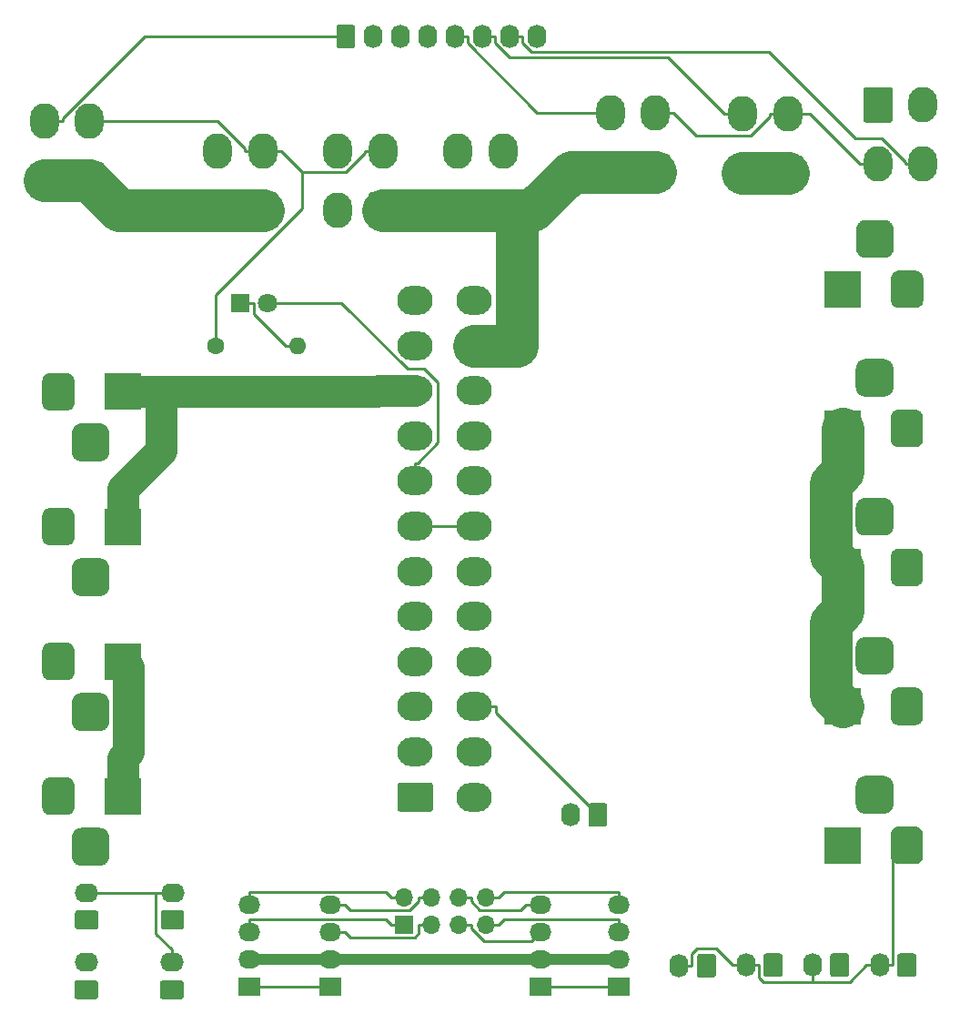
<source format=gbr>
%TF.GenerationSoftware,KiCad,Pcbnew,(5.1.5-0-10_14)*%
%TF.CreationDate,2021-10-24T14:27:30+10:00*%
%TF.ProjectId,Power Distro PCB V2,506f7765-7220-4446-9973-74726f205043,rev?*%
%TF.SameCoordinates,Original*%
%TF.FileFunction,Copper,L1,Top*%
%TF.FilePolarity,Positive*%
%FSLAX46Y46*%
G04 Gerber Fmt 4.6, Leading zero omitted, Abs format (unit mm)*
G04 Created by KiCad (PCBNEW (5.1.5-0-10_14)) date 2021-10-24 14:27:30*
%MOMM*%
%LPD*%
G04 APERTURE LIST*
%TA.AperFunction,ComponentPad*%
%ADD10O,2.700000X3.300000*%
%TD*%
%TA.AperFunction,ComponentPad*%
%ADD11C,0.100000*%
%TD*%
%TA.AperFunction,ComponentPad*%
%ADD12O,1.740000X2.200000*%
%TD*%
%TA.AperFunction,ComponentPad*%
%ADD13O,1.600000X1.600000*%
%TD*%
%TA.AperFunction,ComponentPad*%
%ADD14C,1.600000*%
%TD*%
%TA.AperFunction,ComponentPad*%
%ADD15C,1.800000*%
%TD*%
%TA.AperFunction,ComponentPad*%
%ADD16R,1.800000X1.800000*%
%TD*%
%TA.AperFunction,ComponentPad*%
%ADD17R,3.500000X3.500000*%
%TD*%
%TA.AperFunction,ComponentPad*%
%ADD18O,1.740000X2.190000*%
%TD*%
%TA.AperFunction,ComponentPad*%
%ADD19O,2.190000X1.740000*%
%TD*%
%TA.AperFunction,ComponentPad*%
%ADD20O,1.700000X1.700000*%
%TD*%
%TA.AperFunction,ComponentPad*%
%ADD21R,1.700000X1.700000*%
%TD*%
%TA.AperFunction,ComponentPad*%
%ADD22O,2.030000X1.730000*%
%TD*%
%TA.AperFunction,ComponentPad*%
%ADD23R,2.030000X1.730000*%
%TD*%
%TA.AperFunction,ComponentPad*%
%ADD24O,3.300000X2.700000*%
%TD*%
%TA.AperFunction,Conductor*%
%ADD25C,4.000000*%
%TD*%
%TA.AperFunction,Conductor*%
%ADD26C,3.000000*%
%TD*%
%TA.AperFunction,Conductor*%
%ADD27C,1.000000*%
%TD*%
%TA.AperFunction,Conductor*%
%ADD28C,0.250000*%
%TD*%
G04 APERTURE END LIST*
D10*
%TO.P,J35,4*%
%TO.N,/LEDDATA7*%
X88490000Y-15441000D03*
%TO.P,J35,3*%
%TO.N,/LEDGND*%
X84290000Y-15441000D03*
%TO.P,J35,2*%
%TO.N,/LED5V1*%
X88490000Y-9941000D03*
%TA.AperFunction,ComponentPad*%
D11*
%TO.P,J35,1*%
G36*
X85414503Y-8292204D02*
G01*
X85438772Y-8295804D01*
X85462570Y-8301765D01*
X85485670Y-8310030D01*
X85507849Y-8320520D01*
X85528892Y-8333133D01*
X85548598Y-8347748D01*
X85566776Y-8364224D01*
X85583252Y-8382402D01*
X85597867Y-8402108D01*
X85610480Y-8423151D01*
X85620970Y-8445330D01*
X85629235Y-8468430D01*
X85635196Y-8492228D01*
X85638796Y-8516497D01*
X85640000Y-8541001D01*
X85640000Y-11340999D01*
X85638796Y-11365503D01*
X85635196Y-11389772D01*
X85629235Y-11413570D01*
X85620970Y-11436670D01*
X85610480Y-11458849D01*
X85597867Y-11479892D01*
X85583252Y-11499598D01*
X85566776Y-11517776D01*
X85548598Y-11534252D01*
X85528892Y-11548867D01*
X85507849Y-11561480D01*
X85485670Y-11571970D01*
X85462570Y-11580235D01*
X85438772Y-11586196D01*
X85414503Y-11589796D01*
X85389999Y-11591000D01*
X83190001Y-11591000D01*
X83165497Y-11589796D01*
X83141228Y-11586196D01*
X83117430Y-11580235D01*
X83094330Y-11571970D01*
X83072151Y-11561480D01*
X83051108Y-11548867D01*
X83031402Y-11534252D01*
X83013224Y-11517776D01*
X82996748Y-11499598D01*
X82982133Y-11479892D01*
X82969520Y-11458849D01*
X82959030Y-11436670D01*
X82950765Y-11413570D01*
X82944804Y-11389772D01*
X82941204Y-11365503D01*
X82940000Y-11340999D01*
X82940000Y-8541001D01*
X82941204Y-8516497D01*
X82944804Y-8492228D01*
X82950765Y-8468430D01*
X82959030Y-8445330D01*
X82969520Y-8423151D01*
X82982133Y-8402108D01*
X82996748Y-8382402D01*
X83013224Y-8364224D01*
X83031402Y-8347748D01*
X83051108Y-8333133D01*
X83072151Y-8320520D01*
X83094330Y-8310030D01*
X83117430Y-8301765D01*
X83141228Y-8295804D01*
X83165497Y-8292204D01*
X83190001Y-8291000D01*
X85389999Y-8291000D01*
X85414503Y-8292204D01*
G37*
%TD.AperFunction*%
%TD*%
D12*
%TO.P,J7,8*%
%TO.N,/LEDGND*%
X52540000Y-3591000D03*
%TO.P,J7,7*%
%TO.N,/LEDDATA7*%
X50000000Y-3591000D03*
%TO.P,J7,6*%
%TO.N,/LEDDATA6*%
X47460000Y-3591000D03*
%TO.P,J7,5*%
%TO.N,/LEDDATA5*%
X44920000Y-3591000D03*
%TO.P,J7,4*%
%TO.N,/LEDDATA4*%
X42380000Y-3591000D03*
%TO.P,J7,3*%
%TO.N,/LEDDATA3*%
X39840000Y-3591000D03*
%TO.P,J7,2*%
%TO.N,/LEDDATA2*%
X37300000Y-3591000D03*
%TA.AperFunction,ComponentPad*%
D11*
%TO.P,J7,1*%
%TO.N,/LEDDATA1*%
G36*
X35404505Y-2492204D02*
G01*
X35428773Y-2495804D01*
X35452572Y-2501765D01*
X35475671Y-2510030D01*
X35497850Y-2520520D01*
X35518893Y-2533132D01*
X35538599Y-2547747D01*
X35556777Y-2564223D01*
X35573253Y-2582401D01*
X35587868Y-2602107D01*
X35600480Y-2623150D01*
X35610970Y-2645329D01*
X35619235Y-2668428D01*
X35625196Y-2692227D01*
X35628796Y-2716495D01*
X35630000Y-2740999D01*
X35630000Y-4441001D01*
X35628796Y-4465505D01*
X35625196Y-4489773D01*
X35619235Y-4513572D01*
X35610970Y-4536671D01*
X35600480Y-4558850D01*
X35587868Y-4579893D01*
X35573253Y-4599599D01*
X35556777Y-4617777D01*
X35538599Y-4634253D01*
X35518893Y-4648868D01*
X35497850Y-4661480D01*
X35475671Y-4671970D01*
X35452572Y-4680235D01*
X35428773Y-4686196D01*
X35404505Y-4689796D01*
X35380001Y-4691000D01*
X34139999Y-4691000D01*
X34115495Y-4689796D01*
X34091227Y-4686196D01*
X34067428Y-4680235D01*
X34044329Y-4671970D01*
X34022150Y-4661480D01*
X34001107Y-4648868D01*
X33981401Y-4634253D01*
X33963223Y-4617777D01*
X33946747Y-4599599D01*
X33932132Y-4579893D01*
X33919520Y-4558850D01*
X33909030Y-4536671D01*
X33900765Y-4513572D01*
X33894804Y-4489773D01*
X33891204Y-4465505D01*
X33890000Y-4441001D01*
X33890000Y-2740999D01*
X33891204Y-2716495D01*
X33894804Y-2692227D01*
X33900765Y-2668428D01*
X33909030Y-2645329D01*
X33919520Y-2623150D01*
X33932132Y-2602107D01*
X33946747Y-2582401D01*
X33963223Y-2564223D01*
X33981401Y-2547747D01*
X34001107Y-2533132D01*
X34022150Y-2520520D01*
X34044329Y-2510030D01*
X34067428Y-2501765D01*
X34091227Y-2495804D01*
X34115495Y-2492204D01*
X34139999Y-2491000D01*
X35380001Y-2491000D01*
X35404505Y-2492204D01*
G37*
%TD.AperFunction*%
%TD*%
D10*
%TO.P,J2,4*%
%TO.N,/LEDDATA2*%
X22860000Y-14234000D03*
%TO.P,J2,3*%
%TO.N,/LEDGND*%
X27060000Y-14234000D03*
%TO.P,J2,2*%
%TO.N,/LED5V1*%
X22860000Y-19734000D03*
%TA.AperFunction,ComponentPad*%
D11*
%TO.P,J2,1*%
G36*
X28184503Y-18085204D02*
G01*
X28208772Y-18088804D01*
X28232570Y-18094765D01*
X28255670Y-18103030D01*
X28277849Y-18113520D01*
X28298892Y-18126133D01*
X28318598Y-18140748D01*
X28336776Y-18157224D01*
X28353252Y-18175402D01*
X28367867Y-18195108D01*
X28380480Y-18216151D01*
X28390970Y-18238330D01*
X28399235Y-18261430D01*
X28405196Y-18285228D01*
X28408796Y-18309497D01*
X28410000Y-18334001D01*
X28410000Y-21133999D01*
X28408796Y-21158503D01*
X28405196Y-21182772D01*
X28399235Y-21206570D01*
X28390970Y-21229670D01*
X28380480Y-21251849D01*
X28367867Y-21272892D01*
X28353252Y-21292598D01*
X28336776Y-21310776D01*
X28318598Y-21327252D01*
X28298892Y-21341867D01*
X28277849Y-21354480D01*
X28255670Y-21364970D01*
X28232570Y-21373235D01*
X28208772Y-21379196D01*
X28184503Y-21382796D01*
X28159999Y-21384000D01*
X25960001Y-21384000D01*
X25935497Y-21382796D01*
X25911228Y-21379196D01*
X25887430Y-21373235D01*
X25864330Y-21364970D01*
X25842151Y-21354480D01*
X25821108Y-21341867D01*
X25801402Y-21327252D01*
X25783224Y-21310776D01*
X25766748Y-21292598D01*
X25752133Y-21272892D01*
X25739520Y-21251849D01*
X25729030Y-21229670D01*
X25720765Y-21206570D01*
X25714804Y-21182772D01*
X25711204Y-21158503D01*
X25710000Y-21133999D01*
X25710000Y-18334001D01*
X25711204Y-18309497D01*
X25714804Y-18285228D01*
X25720765Y-18261430D01*
X25729030Y-18238330D01*
X25739520Y-18216151D01*
X25752133Y-18195108D01*
X25766748Y-18175402D01*
X25783224Y-18157224D01*
X25801402Y-18140748D01*
X25821108Y-18126133D01*
X25842151Y-18113520D01*
X25864330Y-18103030D01*
X25887430Y-18094765D01*
X25911228Y-18088804D01*
X25935497Y-18085204D01*
X25960001Y-18084000D01*
X28159999Y-18084000D01*
X28184503Y-18085204D01*
G37*
%TD.AperFunction*%
%TD*%
%TA.AperFunction,ComponentPad*%
%TO.P,J1,1*%
%TO.N,/LED5V1*%
G36*
X12051503Y-15291204D02*
G01*
X12075772Y-15294804D01*
X12099570Y-15300765D01*
X12122670Y-15309030D01*
X12144849Y-15319520D01*
X12165892Y-15332133D01*
X12185598Y-15346748D01*
X12203776Y-15363224D01*
X12220252Y-15381402D01*
X12234867Y-15401108D01*
X12247480Y-15422151D01*
X12257970Y-15444330D01*
X12266235Y-15467430D01*
X12272196Y-15491228D01*
X12275796Y-15515497D01*
X12277000Y-15540001D01*
X12277000Y-18339999D01*
X12275796Y-18364503D01*
X12272196Y-18388772D01*
X12266235Y-18412570D01*
X12257970Y-18435670D01*
X12247480Y-18457849D01*
X12234867Y-18478892D01*
X12220252Y-18498598D01*
X12203776Y-18516776D01*
X12185598Y-18533252D01*
X12165892Y-18547867D01*
X12144849Y-18560480D01*
X12122670Y-18570970D01*
X12099570Y-18579235D01*
X12075772Y-18585196D01*
X12051503Y-18588796D01*
X12026999Y-18590000D01*
X9827001Y-18590000D01*
X9802497Y-18588796D01*
X9778228Y-18585196D01*
X9754430Y-18579235D01*
X9731330Y-18570970D01*
X9709151Y-18560480D01*
X9688108Y-18547867D01*
X9668402Y-18533252D01*
X9650224Y-18516776D01*
X9633748Y-18498598D01*
X9619133Y-18478892D01*
X9606520Y-18457849D01*
X9596030Y-18435670D01*
X9587765Y-18412570D01*
X9581804Y-18388772D01*
X9578204Y-18364503D01*
X9577000Y-18339999D01*
X9577000Y-15540001D01*
X9578204Y-15515497D01*
X9581804Y-15491228D01*
X9587765Y-15467430D01*
X9596030Y-15444330D01*
X9606520Y-15422151D01*
X9619133Y-15401108D01*
X9633748Y-15381402D01*
X9650224Y-15363224D01*
X9668402Y-15346748D01*
X9688108Y-15332133D01*
X9709151Y-15319520D01*
X9731330Y-15309030D01*
X9754430Y-15300765D01*
X9778228Y-15294804D01*
X9802497Y-15291204D01*
X9827001Y-15290000D01*
X12026999Y-15290000D01*
X12051503Y-15291204D01*
G37*
%TD.AperFunction*%
D10*
%TO.P,J1,2*%
X6727000Y-16940000D03*
%TO.P,J1,3*%
%TO.N,/LEDGND*%
X10927000Y-11440000D03*
%TO.P,J1,4*%
%TO.N,/LEDDATA1*%
X6727000Y-11440000D03*
%TD*%
%TA.AperFunction,ComponentPad*%
D11*
%TO.P,J6,1*%
%TO.N,/LED5V1*%
G36*
X77032503Y-14642204D02*
G01*
X77056772Y-14645804D01*
X77080570Y-14651765D01*
X77103670Y-14660030D01*
X77125849Y-14670520D01*
X77146892Y-14683133D01*
X77166598Y-14697748D01*
X77184776Y-14714224D01*
X77201252Y-14732402D01*
X77215867Y-14752108D01*
X77228480Y-14773151D01*
X77238970Y-14795330D01*
X77247235Y-14818430D01*
X77253196Y-14842228D01*
X77256796Y-14866497D01*
X77258000Y-14891001D01*
X77258000Y-17690999D01*
X77256796Y-17715503D01*
X77253196Y-17739772D01*
X77247235Y-17763570D01*
X77238970Y-17786670D01*
X77228480Y-17808849D01*
X77215867Y-17829892D01*
X77201252Y-17849598D01*
X77184776Y-17867776D01*
X77166598Y-17884252D01*
X77146892Y-17898867D01*
X77125849Y-17911480D01*
X77103670Y-17921970D01*
X77080570Y-17930235D01*
X77056772Y-17936196D01*
X77032503Y-17939796D01*
X77007999Y-17941000D01*
X74808001Y-17941000D01*
X74783497Y-17939796D01*
X74759228Y-17936196D01*
X74735430Y-17930235D01*
X74712330Y-17921970D01*
X74690151Y-17911480D01*
X74669108Y-17898867D01*
X74649402Y-17884252D01*
X74631224Y-17867776D01*
X74614748Y-17849598D01*
X74600133Y-17829892D01*
X74587520Y-17808849D01*
X74577030Y-17786670D01*
X74568765Y-17763570D01*
X74562804Y-17739772D01*
X74559204Y-17715503D01*
X74558000Y-17690999D01*
X74558000Y-14891001D01*
X74559204Y-14866497D01*
X74562804Y-14842228D01*
X74568765Y-14818430D01*
X74577030Y-14795330D01*
X74587520Y-14773151D01*
X74600133Y-14752108D01*
X74614748Y-14732402D01*
X74631224Y-14714224D01*
X74649402Y-14697748D01*
X74669108Y-14683133D01*
X74690151Y-14670520D01*
X74712330Y-14660030D01*
X74735430Y-14651765D01*
X74759228Y-14645804D01*
X74783497Y-14642204D01*
X74808001Y-14641000D01*
X77007999Y-14641000D01*
X77032503Y-14642204D01*
G37*
%TD.AperFunction*%
D10*
%TO.P,J6,2*%
X71708000Y-16291000D03*
%TO.P,J6,3*%
%TO.N,/LEDGND*%
X75908000Y-10791000D03*
%TO.P,J6,4*%
%TO.N,/LEDDATA6*%
X71708000Y-10791000D03*
%TD*%
%TA.AperFunction,ComponentPad*%
D11*
%TO.P,J5,1*%
%TO.N,/LED5V1*%
G36*
X64713503Y-14515204D02*
G01*
X64737772Y-14518804D01*
X64761570Y-14524765D01*
X64784670Y-14533030D01*
X64806849Y-14543520D01*
X64827892Y-14556133D01*
X64847598Y-14570748D01*
X64865776Y-14587224D01*
X64882252Y-14605402D01*
X64896867Y-14625108D01*
X64909480Y-14646151D01*
X64919970Y-14668330D01*
X64928235Y-14691430D01*
X64934196Y-14715228D01*
X64937796Y-14739497D01*
X64939000Y-14764001D01*
X64939000Y-17563999D01*
X64937796Y-17588503D01*
X64934196Y-17612772D01*
X64928235Y-17636570D01*
X64919970Y-17659670D01*
X64909480Y-17681849D01*
X64896867Y-17702892D01*
X64882252Y-17722598D01*
X64865776Y-17740776D01*
X64847598Y-17757252D01*
X64827892Y-17771867D01*
X64806849Y-17784480D01*
X64784670Y-17794970D01*
X64761570Y-17803235D01*
X64737772Y-17809196D01*
X64713503Y-17812796D01*
X64688999Y-17814000D01*
X62489001Y-17814000D01*
X62464497Y-17812796D01*
X62440228Y-17809196D01*
X62416430Y-17803235D01*
X62393330Y-17794970D01*
X62371151Y-17784480D01*
X62350108Y-17771867D01*
X62330402Y-17757252D01*
X62312224Y-17740776D01*
X62295748Y-17722598D01*
X62281133Y-17702892D01*
X62268520Y-17681849D01*
X62258030Y-17659670D01*
X62249765Y-17636570D01*
X62243804Y-17612772D01*
X62240204Y-17588503D01*
X62239000Y-17563999D01*
X62239000Y-14764001D01*
X62240204Y-14739497D01*
X62243804Y-14715228D01*
X62249765Y-14691430D01*
X62258030Y-14668330D01*
X62268520Y-14646151D01*
X62281133Y-14625108D01*
X62295748Y-14605402D01*
X62312224Y-14587224D01*
X62330402Y-14570748D01*
X62350108Y-14556133D01*
X62371151Y-14543520D01*
X62393330Y-14533030D01*
X62416430Y-14524765D01*
X62440228Y-14518804D01*
X62464497Y-14515204D01*
X62489001Y-14514000D01*
X64688999Y-14514000D01*
X64713503Y-14515204D01*
G37*
%TD.AperFunction*%
D10*
%TO.P,J5,2*%
X59389000Y-16164000D03*
%TO.P,J5,3*%
%TO.N,/LEDGND*%
X63589000Y-10664000D03*
%TO.P,J5,4*%
%TO.N,/LEDDATA5*%
X59389000Y-10664000D03*
%TD*%
%TA.AperFunction,ComponentPad*%
D11*
%TO.P,J4,1*%
%TO.N,/LED5V1*%
G36*
X50544503Y-18085204D02*
G01*
X50568772Y-18088804D01*
X50592570Y-18094765D01*
X50615670Y-18103030D01*
X50637849Y-18113520D01*
X50658892Y-18126133D01*
X50678598Y-18140748D01*
X50696776Y-18157224D01*
X50713252Y-18175402D01*
X50727867Y-18195108D01*
X50740480Y-18216151D01*
X50750970Y-18238330D01*
X50759235Y-18261430D01*
X50765196Y-18285228D01*
X50768796Y-18309497D01*
X50770000Y-18334001D01*
X50770000Y-21133999D01*
X50768796Y-21158503D01*
X50765196Y-21182772D01*
X50759235Y-21206570D01*
X50750970Y-21229670D01*
X50740480Y-21251849D01*
X50727867Y-21272892D01*
X50713252Y-21292598D01*
X50696776Y-21310776D01*
X50678598Y-21327252D01*
X50658892Y-21341867D01*
X50637849Y-21354480D01*
X50615670Y-21364970D01*
X50592570Y-21373235D01*
X50568772Y-21379196D01*
X50544503Y-21382796D01*
X50519999Y-21384000D01*
X48320001Y-21384000D01*
X48295497Y-21382796D01*
X48271228Y-21379196D01*
X48247430Y-21373235D01*
X48224330Y-21364970D01*
X48202151Y-21354480D01*
X48181108Y-21341867D01*
X48161402Y-21327252D01*
X48143224Y-21310776D01*
X48126748Y-21292598D01*
X48112133Y-21272892D01*
X48099520Y-21251849D01*
X48089030Y-21229670D01*
X48080765Y-21206570D01*
X48074804Y-21182772D01*
X48071204Y-21158503D01*
X48070000Y-21133999D01*
X48070000Y-18334001D01*
X48071204Y-18309497D01*
X48074804Y-18285228D01*
X48080765Y-18261430D01*
X48089030Y-18238330D01*
X48099520Y-18216151D01*
X48112133Y-18195108D01*
X48126748Y-18175402D01*
X48143224Y-18157224D01*
X48161402Y-18140748D01*
X48181108Y-18126133D01*
X48202151Y-18113520D01*
X48224330Y-18103030D01*
X48247430Y-18094765D01*
X48271228Y-18088804D01*
X48295497Y-18085204D01*
X48320001Y-18084000D01*
X50519999Y-18084000D01*
X50544503Y-18085204D01*
G37*
%TD.AperFunction*%
D10*
%TO.P,J4,2*%
X45220000Y-19734000D03*
%TO.P,J4,3*%
%TO.N,/LEDGND*%
X49420000Y-14234000D03*
%TO.P,J4,4*%
%TO.N,/LEDDATA4*%
X45220000Y-14234000D03*
%TD*%
%TA.AperFunction,ComponentPad*%
D11*
%TO.P,J3,1*%
%TO.N,/LED5V1*%
G36*
X39364503Y-18085204D02*
G01*
X39388772Y-18088804D01*
X39412570Y-18094765D01*
X39435670Y-18103030D01*
X39457849Y-18113520D01*
X39478892Y-18126133D01*
X39498598Y-18140748D01*
X39516776Y-18157224D01*
X39533252Y-18175402D01*
X39547867Y-18195108D01*
X39560480Y-18216151D01*
X39570970Y-18238330D01*
X39579235Y-18261430D01*
X39585196Y-18285228D01*
X39588796Y-18309497D01*
X39590000Y-18334001D01*
X39590000Y-21133999D01*
X39588796Y-21158503D01*
X39585196Y-21182772D01*
X39579235Y-21206570D01*
X39570970Y-21229670D01*
X39560480Y-21251849D01*
X39547867Y-21272892D01*
X39533252Y-21292598D01*
X39516776Y-21310776D01*
X39498598Y-21327252D01*
X39478892Y-21341867D01*
X39457849Y-21354480D01*
X39435670Y-21364970D01*
X39412570Y-21373235D01*
X39388772Y-21379196D01*
X39364503Y-21382796D01*
X39339999Y-21384000D01*
X37140001Y-21384000D01*
X37115497Y-21382796D01*
X37091228Y-21379196D01*
X37067430Y-21373235D01*
X37044330Y-21364970D01*
X37022151Y-21354480D01*
X37001108Y-21341867D01*
X36981402Y-21327252D01*
X36963224Y-21310776D01*
X36946748Y-21292598D01*
X36932133Y-21272892D01*
X36919520Y-21251849D01*
X36909030Y-21229670D01*
X36900765Y-21206570D01*
X36894804Y-21182772D01*
X36891204Y-21158503D01*
X36890000Y-21133999D01*
X36890000Y-18334001D01*
X36891204Y-18309497D01*
X36894804Y-18285228D01*
X36900765Y-18261430D01*
X36909030Y-18238330D01*
X36919520Y-18216151D01*
X36932133Y-18195108D01*
X36946748Y-18175402D01*
X36963224Y-18157224D01*
X36981402Y-18140748D01*
X37001108Y-18126133D01*
X37022151Y-18113520D01*
X37044330Y-18103030D01*
X37067430Y-18094765D01*
X37091228Y-18088804D01*
X37115497Y-18085204D01*
X37140001Y-18084000D01*
X39339999Y-18084000D01*
X39364503Y-18085204D01*
G37*
%TD.AperFunction*%
D10*
%TO.P,J3,2*%
X34040000Y-19734000D03*
%TO.P,J3,3*%
%TO.N,/LEDGND*%
X38240000Y-14234000D03*
%TO.P,J3,4*%
%TO.N,/LEDDATA3*%
X34040000Y-14234000D03*
%TD*%
D13*
%TO.P,R1,2*%
%TO.N,Net-(D1-Pad1)*%
X30301000Y-32394000D03*
D14*
%TO.P,R1,1*%
%TO.N,/LEDGND*%
X22681000Y-32394000D03*
%TD*%
D15*
%TO.P,D1,2*%
%TO.N,/PWRGOOD*%
X27501000Y-28394000D03*
D16*
%TO.P,D1,1*%
%TO.N,Net-(D1-Pad1)*%
X24961000Y-28394000D03*
%TD*%
%TA.AperFunction,ComponentPad*%
D11*
%TO.P,J23,3*%
%TO.N,N/C*%
G36*
X11984365Y-52125813D02*
G01*
X12069304Y-52138413D01*
X12152599Y-52159277D01*
X12233448Y-52188205D01*
X12311072Y-52224919D01*
X12384724Y-52269064D01*
X12453694Y-52320216D01*
X12517318Y-52377882D01*
X12574984Y-52441506D01*
X12626136Y-52510476D01*
X12670281Y-52584128D01*
X12706995Y-52661752D01*
X12735923Y-52742601D01*
X12756787Y-52825896D01*
X12769387Y-52910835D01*
X12773600Y-52996600D01*
X12773600Y-54746600D01*
X12769387Y-54832365D01*
X12756787Y-54917304D01*
X12735923Y-55000599D01*
X12706995Y-55081448D01*
X12670281Y-55159072D01*
X12626136Y-55232724D01*
X12574984Y-55301694D01*
X12517318Y-55365318D01*
X12453694Y-55422984D01*
X12384724Y-55474136D01*
X12311072Y-55518281D01*
X12233448Y-55554995D01*
X12152599Y-55583923D01*
X12069304Y-55604787D01*
X11984365Y-55617387D01*
X11898600Y-55621600D01*
X10148600Y-55621600D01*
X10062835Y-55617387D01*
X9977896Y-55604787D01*
X9894601Y-55583923D01*
X9813752Y-55554995D01*
X9736128Y-55518281D01*
X9662476Y-55474136D01*
X9593506Y-55422984D01*
X9529882Y-55365318D01*
X9472216Y-55301694D01*
X9421064Y-55232724D01*
X9376919Y-55159072D01*
X9340205Y-55081448D01*
X9311277Y-55000599D01*
X9290413Y-54917304D01*
X9277813Y-54832365D01*
X9273600Y-54746600D01*
X9273600Y-52996600D01*
X9277813Y-52910835D01*
X9290413Y-52825896D01*
X9311277Y-52742601D01*
X9340205Y-52661752D01*
X9376919Y-52584128D01*
X9421064Y-52510476D01*
X9472216Y-52441506D01*
X9529882Y-52377882D01*
X9593506Y-52320216D01*
X9662476Y-52269064D01*
X9736128Y-52224919D01*
X9813752Y-52188205D01*
X9894601Y-52159277D01*
X9977896Y-52138413D01*
X10062835Y-52125813D01*
X10148600Y-52121600D01*
X11898600Y-52121600D01*
X11984365Y-52125813D01*
G37*
%TD.AperFunction*%
%TA.AperFunction,ComponentPad*%
%TO.P,J23,2*%
%TO.N,/LEDGND*%
G36*
X8847113Y-47425211D02*
G01*
X8919918Y-47436011D01*
X8991314Y-47453895D01*
X9060613Y-47478690D01*
X9127148Y-47510159D01*
X9190278Y-47547998D01*
X9249395Y-47591842D01*
X9303930Y-47641270D01*
X9353358Y-47695805D01*
X9397202Y-47754922D01*
X9435041Y-47818052D01*
X9466510Y-47884587D01*
X9491305Y-47953886D01*
X9509189Y-48025282D01*
X9519989Y-48098087D01*
X9523600Y-48171600D01*
X9523600Y-50171600D01*
X9519989Y-50245113D01*
X9509189Y-50317918D01*
X9491305Y-50389314D01*
X9466510Y-50458613D01*
X9435041Y-50525148D01*
X9397202Y-50588278D01*
X9353358Y-50647395D01*
X9303930Y-50701930D01*
X9249395Y-50751358D01*
X9190278Y-50795202D01*
X9127148Y-50833041D01*
X9060613Y-50864510D01*
X8991314Y-50889305D01*
X8919918Y-50907189D01*
X8847113Y-50917989D01*
X8773600Y-50921600D01*
X7273600Y-50921600D01*
X7200087Y-50917989D01*
X7127282Y-50907189D01*
X7055886Y-50889305D01*
X6986587Y-50864510D01*
X6920052Y-50833041D01*
X6856922Y-50795202D01*
X6797805Y-50751358D01*
X6743270Y-50701930D01*
X6693842Y-50647395D01*
X6649998Y-50588278D01*
X6612159Y-50525148D01*
X6580690Y-50458613D01*
X6555895Y-50389314D01*
X6538011Y-50317918D01*
X6527211Y-50245113D01*
X6523600Y-50171600D01*
X6523600Y-48171600D01*
X6527211Y-48098087D01*
X6538011Y-48025282D01*
X6555895Y-47953886D01*
X6580690Y-47884587D01*
X6612159Y-47818052D01*
X6649998Y-47754922D01*
X6693842Y-47695805D01*
X6743270Y-47641270D01*
X6797805Y-47591842D01*
X6856922Y-47547998D01*
X6920052Y-47510159D01*
X6986587Y-47478690D01*
X7055886Y-47453895D01*
X7127282Y-47436011D01*
X7200087Y-47425211D01*
X7273600Y-47421600D01*
X8773600Y-47421600D01*
X8847113Y-47425211D01*
G37*
%TD.AperFunction*%
D17*
%TO.P,J23,1*%
%TO.N,/12VSOCKETS+*%
X14023600Y-49171600D03*
%TD*%
%TA.AperFunction,ComponentPad*%
D11*
%TO.P,J25,3*%
%TO.N,N/C*%
G36*
X11984365Y-77197413D02*
G01*
X12069304Y-77210013D01*
X12152599Y-77230877D01*
X12233448Y-77259805D01*
X12311072Y-77296519D01*
X12384724Y-77340664D01*
X12453694Y-77391816D01*
X12517318Y-77449482D01*
X12574984Y-77513106D01*
X12626136Y-77582076D01*
X12670281Y-77655728D01*
X12706995Y-77733352D01*
X12735923Y-77814201D01*
X12756787Y-77897496D01*
X12769387Y-77982435D01*
X12773600Y-78068200D01*
X12773600Y-79818200D01*
X12769387Y-79903965D01*
X12756787Y-79988904D01*
X12735923Y-80072199D01*
X12706995Y-80153048D01*
X12670281Y-80230672D01*
X12626136Y-80304324D01*
X12574984Y-80373294D01*
X12517318Y-80436918D01*
X12453694Y-80494584D01*
X12384724Y-80545736D01*
X12311072Y-80589881D01*
X12233448Y-80626595D01*
X12152599Y-80655523D01*
X12069304Y-80676387D01*
X11984365Y-80688987D01*
X11898600Y-80693200D01*
X10148600Y-80693200D01*
X10062835Y-80688987D01*
X9977896Y-80676387D01*
X9894601Y-80655523D01*
X9813752Y-80626595D01*
X9736128Y-80589881D01*
X9662476Y-80545736D01*
X9593506Y-80494584D01*
X9529882Y-80436918D01*
X9472216Y-80373294D01*
X9421064Y-80304324D01*
X9376919Y-80230672D01*
X9340205Y-80153048D01*
X9311277Y-80072199D01*
X9290413Y-79988904D01*
X9277813Y-79903965D01*
X9273600Y-79818200D01*
X9273600Y-78068200D01*
X9277813Y-77982435D01*
X9290413Y-77897496D01*
X9311277Y-77814201D01*
X9340205Y-77733352D01*
X9376919Y-77655728D01*
X9421064Y-77582076D01*
X9472216Y-77513106D01*
X9529882Y-77449482D01*
X9593506Y-77391816D01*
X9662476Y-77340664D01*
X9736128Y-77296519D01*
X9813752Y-77259805D01*
X9894601Y-77230877D01*
X9977896Y-77210013D01*
X10062835Y-77197413D01*
X10148600Y-77193200D01*
X11898600Y-77193200D01*
X11984365Y-77197413D01*
G37*
%TD.AperFunction*%
%TA.AperFunction,ComponentPad*%
%TO.P,J25,2*%
%TO.N,/LEDGND*%
G36*
X8847113Y-72496811D02*
G01*
X8919918Y-72507611D01*
X8991314Y-72525495D01*
X9060613Y-72550290D01*
X9127148Y-72581759D01*
X9190278Y-72619598D01*
X9249395Y-72663442D01*
X9303930Y-72712870D01*
X9353358Y-72767405D01*
X9397202Y-72826522D01*
X9435041Y-72889652D01*
X9466510Y-72956187D01*
X9491305Y-73025486D01*
X9509189Y-73096882D01*
X9519989Y-73169687D01*
X9523600Y-73243200D01*
X9523600Y-75243200D01*
X9519989Y-75316713D01*
X9509189Y-75389518D01*
X9491305Y-75460914D01*
X9466510Y-75530213D01*
X9435041Y-75596748D01*
X9397202Y-75659878D01*
X9353358Y-75718995D01*
X9303930Y-75773530D01*
X9249395Y-75822958D01*
X9190278Y-75866802D01*
X9127148Y-75904641D01*
X9060613Y-75936110D01*
X8991314Y-75960905D01*
X8919918Y-75978789D01*
X8847113Y-75989589D01*
X8773600Y-75993200D01*
X7273600Y-75993200D01*
X7200087Y-75989589D01*
X7127282Y-75978789D01*
X7055886Y-75960905D01*
X6986587Y-75936110D01*
X6920052Y-75904641D01*
X6856922Y-75866802D01*
X6797805Y-75822958D01*
X6743270Y-75773530D01*
X6693842Y-75718995D01*
X6649998Y-75659878D01*
X6612159Y-75596748D01*
X6580690Y-75530213D01*
X6555895Y-75460914D01*
X6538011Y-75389518D01*
X6527211Y-75316713D01*
X6523600Y-75243200D01*
X6523600Y-73243200D01*
X6527211Y-73169687D01*
X6538011Y-73096882D01*
X6555895Y-73025486D01*
X6580690Y-72956187D01*
X6612159Y-72889652D01*
X6649998Y-72826522D01*
X6693842Y-72767405D01*
X6743270Y-72712870D01*
X6797805Y-72663442D01*
X6856922Y-72619598D01*
X6920052Y-72581759D01*
X6986587Y-72550290D01*
X7055886Y-72525495D01*
X7127282Y-72507611D01*
X7200087Y-72496811D01*
X7273600Y-72493200D01*
X8773600Y-72493200D01*
X8847113Y-72496811D01*
G37*
%TD.AperFunction*%
D17*
%TO.P,J25,1*%
%TO.N,/12VSOCKETS+*%
X14023600Y-74243200D03*
%TD*%
%TA.AperFunction,ComponentPad*%
D11*
%TO.P,J24,3*%
%TO.N,N/C*%
G36*
X11984365Y-64661613D02*
G01*
X12069304Y-64674213D01*
X12152599Y-64695077D01*
X12233448Y-64724005D01*
X12311072Y-64760719D01*
X12384724Y-64804864D01*
X12453694Y-64856016D01*
X12517318Y-64913682D01*
X12574984Y-64977306D01*
X12626136Y-65046276D01*
X12670281Y-65119928D01*
X12706995Y-65197552D01*
X12735923Y-65278401D01*
X12756787Y-65361696D01*
X12769387Y-65446635D01*
X12773600Y-65532400D01*
X12773600Y-67282400D01*
X12769387Y-67368165D01*
X12756787Y-67453104D01*
X12735923Y-67536399D01*
X12706995Y-67617248D01*
X12670281Y-67694872D01*
X12626136Y-67768524D01*
X12574984Y-67837494D01*
X12517318Y-67901118D01*
X12453694Y-67958784D01*
X12384724Y-68009936D01*
X12311072Y-68054081D01*
X12233448Y-68090795D01*
X12152599Y-68119723D01*
X12069304Y-68140587D01*
X11984365Y-68153187D01*
X11898600Y-68157400D01*
X10148600Y-68157400D01*
X10062835Y-68153187D01*
X9977896Y-68140587D01*
X9894601Y-68119723D01*
X9813752Y-68090795D01*
X9736128Y-68054081D01*
X9662476Y-68009936D01*
X9593506Y-67958784D01*
X9529882Y-67901118D01*
X9472216Y-67837494D01*
X9421064Y-67768524D01*
X9376919Y-67694872D01*
X9340205Y-67617248D01*
X9311277Y-67536399D01*
X9290413Y-67453104D01*
X9277813Y-67368165D01*
X9273600Y-67282400D01*
X9273600Y-65532400D01*
X9277813Y-65446635D01*
X9290413Y-65361696D01*
X9311277Y-65278401D01*
X9340205Y-65197552D01*
X9376919Y-65119928D01*
X9421064Y-65046276D01*
X9472216Y-64977306D01*
X9529882Y-64913682D01*
X9593506Y-64856016D01*
X9662476Y-64804864D01*
X9736128Y-64760719D01*
X9813752Y-64724005D01*
X9894601Y-64695077D01*
X9977896Y-64674213D01*
X10062835Y-64661613D01*
X10148600Y-64657400D01*
X11898600Y-64657400D01*
X11984365Y-64661613D01*
G37*
%TD.AperFunction*%
%TA.AperFunction,ComponentPad*%
%TO.P,J24,2*%
%TO.N,/LEDGND*%
G36*
X8847113Y-59961011D02*
G01*
X8919918Y-59971811D01*
X8991314Y-59989695D01*
X9060613Y-60014490D01*
X9127148Y-60045959D01*
X9190278Y-60083798D01*
X9249395Y-60127642D01*
X9303930Y-60177070D01*
X9353358Y-60231605D01*
X9397202Y-60290722D01*
X9435041Y-60353852D01*
X9466510Y-60420387D01*
X9491305Y-60489686D01*
X9509189Y-60561082D01*
X9519989Y-60633887D01*
X9523600Y-60707400D01*
X9523600Y-62707400D01*
X9519989Y-62780913D01*
X9509189Y-62853718D01*
X9491305Y-62925114D01*
X9466510Y-62994413D01*
X9435041Y-63060948D01*
X9397202Y-63124078D01*
X9353358Y-63183195D01*
X9303930Y-63237730D01*
X9249395Y-63287158D01*
X9190278Y-63331002D01*
X9127148Y-63368841D01*
X9060613Y-63400310D01*
X8991314Y-63425105D01*
X8919918Y-63442989D01*
X8847113Y-63453789D01*
X8773600Y-63457400D01*
X7273600Y-63457400D01*
X7200087Y-63453789D01*
X7127282Y-63442989D01*
X7055886Y-63425105D01*
X6986587Y-63400310D01*
X6920052Y-63368841D01*
X6856922Y-63331002D01*
X6797805Y-63287158D01*
X6743270Y-63237730D01*
X6693842Y-63183195D01*
X6649998Y-63124078D01*
X6612159Y-63060948D01*
X6580690Y-62994413D01*
X6555895Y-62925114D01*
X6538011Y-62853718D01*
X6527211Y-62780913D01*
X6523600Y-62707400D01*
X6523600Y-60707400D01*
X6527211Y-60633887D01*
X6538011Y-60561082D01*
X6555895Y-60489686D01*
X6580690Y-60420387D01*
X6612159Y-60353852D01*
X6649998Y-60290722D01*
X6693842Y-60231605D01*
X6743270Y-60177070D01*
X6797805Y-60127642D01*
X6856922Y-60083798D01*
X6920052Y-60045959D01*
X6986587Y-60014490D01*
X7055886Y-59989695D01*
X7127282Y-59971811D01*
X7200087Y-59961011D01*
X7273600Y-59957400D01*
X8773600Y-59957400D01*
X8847113Y-59961011D01*
G37*
%TD.AperFunction*%
D17*
%TO.P,J24,1*%
%TO.N,/12VSOCKETS+*%
X14023600Y-61707400D03*
%TD*%
%TA.AperFunction,ComponentPad*%
D11*
%TO.P,J22,3*%
%TO.N,N/C*%
G36*
X11984365Y-39590013D02*
G01*
X12069304Y-39602613D01*
X12152599Y-39623477D01*
X12233448Y-39652405D01*
X12311072Y-39689119D01*
X12384724Y-39733264D01*
X12453694Y-39784416D01*
X12517318Y-39842082D01*
X12574984Y-39905706D01*
X12626136Y-39974676D01*
X12670281Y-40048328D01*
X12706995Y-40125952D01*
X12735923Y-40206801D01*
X12756787Y-40290096D01*
X12769387Y-40375035D01*
X12773600Y-40460800D01*
X12773600Y-42210800D01*
X12769387Y-42296565D01*
X12756787Y-42381504D01*
X12735923Y-42464799D01*
X12706995Y-42545648D01*
X12670281Y-42623272D01*
X12626136Y-42696924D01*
X12574984Y-42765894D01*
X12517318Y-42829518D01*
X12453694Y-42887184D01*
X12384724Y-42938336D01*
X12311072Y-42982481D01*
X12233448Y-43019195D01*
X12152599Y-43048123D01*
X12069304Y-43068987D01*
X11984365Y-43081587D01*
X11898600Y-43085800D01*
X10148600Y-43085800D01*
X10062835Y-43081587D01*
X9977896Y-43068987D01*
X9894601Y-43048123D01*
X9813752Y-43019195D01*
X9736128Y-42982481D01*
X9662476Y-42938336D01*
X9593506Y-42887184D01*
X9529882Y-42829518D01*
X9472216Y-42765894D01*
X9421064Y-42696924D01*
X9376919Y-42623272D01*
X9340205Y-42545648D01*
X9311277Y-42464799D01*
X9290413Y-42381504D01*
X9277813Y-42296565D01*
X9273600Y-42210800D01*
X9273600Y-40460800D01*
X9277813Y-40375035D01*
X9290413Y-40290096D01*
X9311277Y-40206801D01*
X9340205Y-40125952D01*
X9376919Y-40048328D01*
X9421064Y-39974676D01*
X9472216Y-39905706D01*
X9529882Y-39842082D01*
X9593506Y-39784416D01*
X9662476Y-39733264D01*
X9736128Y-39689119D01*
X9813752Y-39652405D01*
X9894601Y-39623477D01*
X9977896Y-39602613D01*
X10062835Y-39590013D01*
X10148600Y-39585800D01*
X11898600Y-39585800D01*
X11984365Y-39590013D01*
G37*
%TD.AperFunction*%
%TA.AperFunction,ComponentPad*%
%TO.P,J22,2*%
%TO.N,/LEDGND*%
G36*
X8847113Y-34889411D02*
G01*
X8919918Y-34900211D01*
X8991314Y-34918095D01*
X9060613Y-34942890D01*
X9127148Y-34974359D01*
X9190278Y-35012198D01*
X9249395Y-35056042D01*
X9303930Y-35105470D01*
X9353358Y-35160005D01*
X9397202Y-35219122D01*
X9435041Y-35282252D01*
X9466510Y-35348787D01*
X9491305Y-35418086D01*
X9509189Y-35489482D01*
X9519989Y-35562287D01*
X9523600Y-35635800D01*
X9523600Y-37635800D01*
X9519989Y-37709313D01*
X9509189Y-37782118D01*
X9491305Y-37853514D01*
X9466510Y-37922813D01*
X9435041Y-37989348D01*
X9397202Y-38052478D01*
X9353358Y-38111595D01*
X9303930Y-38166130D01*
X9249395Y-38215558D01*
X9190278Y-38259402D01*
X9127148Y-38297241D01*
X9060613Y-38328710D01*
X8991314Y-38353505D01*
X8919918Y-38371389D01*
X8847113Y-38382189D01*
X8773600Y-38385800D01*
X7273600Y-38385800D01*
X7200087Y-38382189D01*
X7127282Y-38371389D01*
X7055886Y-38353505D01*
X6986587Y-38328710D01*
X6920052Y-38297241D01*
X6856922Y-38259402D01*
X6797805Y-38215558D01*
X6743270Y-38166130D01*
X6693842Y-38111595D01*
X6649998Y-38052478D01*
X6612159Y-37989348D01*
X6580690Y-37922813D01*
X6555895Y-37853514D01*
X6538011Y-37782118D01*
X6527211Y-37709313D01*
X6523600Y-37635800D01*
X6523600Y-35635800D01*
X6527211Y-35562287D01*
X6538011Y-35489482D01*
X6555895Y-35418086D01*
X6580690Y-35348787D01*
X6612159Y-35282252D01*
X6649998Y-35219122D01*
X6693842Y-35160005D01*
X6743270Y-35105470D01*
X6797805Y-35056042D01*
X6856922Y-35012198D01*
X6920052Y-34974359D01*
X6986587Y-34942890D01*
X7055886Y-34918095D01*
X7127282Y-34900211D01*
X7200087Y-34889411D01*
X7273600Y-34885800D01*
X8773600Y-34885800D01*
X8847113Y-34889411D01*
G37*
%TD.AperFunction*%
D17*
%TO.P,J22,1*%
%TO.N,/12VSOCKETS+*%
X14023600Y-36635800D03*
%TD*%
%TA.AperFunction,ComponentPad*%
D11*
%TO.P,J20,3*%
%TO.N,N/C*%
G36*
X84935965Y-72369413D02*
G01*
X85020904Y-72382013D01*
X85104199Y-72402877D01*
X85185048Y-72431805D01*
X85262672Y-72468519D01*
X85336324Y-72512664D01*
X85405294Y-72563816D01*
X85468918Y-72621482D01*
X85526584Y-72685106D01*
X85577736Y-72754076D01*
X85621881Y-72827728D01*
X85658595Y-72905352D01*
X85687523Y-72986201D01*
X85708387Y-73069496D01*
X85720987Y-73154435D01*
X85725200Y-73240200D01*
X85725200Y-74990200D01*
X85720987Y-75075965D01*
X85708387Y-75160904D01*
X85687523Y-75244199D01*
X85658595Y-75325048D01*
X85621881Y-75402672D01*
X85577736Y-75476324D01*
X85526584Y-75545294D01*
X85468918Y-75608918D01*
X85405294Y-75666584D01*
X85336324Y-75717736D01*
X85262672Y-75761881D01*
X85185048Y-75798595D01*
X85104199Y-75827523D01*
X85020904Y-75848387D01*
X84935965Y-75860987D01*
X84850200Y-75865200D01*
X83100200Y-75865200D01*
X83014435Y-75860987D01*
X82929496Y-75848387D01*
X82846201Y-75827523D01*
X82765352Y-75798595D01*
X82687728Y-75761881D01*
X82614076Y-75717736D01*
X82545106Y-75666584D01*
X82481482Y-75608918D01*
X82423816Y-75545294D01*
X82372664Y-75476324D01*
X82328519Y-75402672D01*
X82291805Y-75325048D01*
X82262877Y-75244199D01*
X82242013Y-75160904D01*
X82229413Y-75075965D01*
X82225200Y-74990200D01*
X82225200Y-73240200D01*
X82229413Y-73154435D01*
X82242013Y-73069496D01*
X82262877Y-72986201D01*
X82291805Y-72905352D01*
X82328519Y-72827728D01*
X82372664Y-72754076D01*
X82423816Y-72685106D01*
X82481482Y-72621482D01*
X82545106Y-72563816D01*
X82614076Y-72512664D01*
X82687728Y-72468519D01*
X82765352Y-72431805D01*
X82846201Y-72402877D01*
X82929496Y-72382013D01*
X83014435Y-72369413D01*
X83100200Y-72365200D01*
X84850200Y-72365200D01*
X84935965Y-72369413D01*
G37*
%TD.AperFunction*%
%TA.AperFunction,ComponentPad*%
%TO.P,J20,2*%
%TO.N,/LEDGND*%
G36*
X87798713Y-77068811D02*
G01*
X87871518Y-77079611D01*
X87942914Y-77097495D01*
X88012213Y-77122290D01*
X88078748Y-77153759D01*
X88141878Y-77191598D01*
X88200995Y-77235442D01*
X88255530Y-77284870D01*
X88304958Y-77339405D01*
X88348802Y-77398522D01*
X88386641Y-77461652D01*
X88418110Y-77528187D01*
X88442905Y-77597486D01*
X88460789Y-77668882D01*
X88471589Y-77741687D01*
X88475200Y-77815200D01*
X88475200Y-79815200D01*
X88471589Y-79888713D01*
X88460789Y-79961518D01*
X88442905Y-80032914D01*
X88418110Y-80102213D01*
X88386641Y-80168748D01*
X88348802Y-80231878D01*
X88304958Y-80290995D01*
X88255530Y-80345530D01*
X88200995Y-80394958D01*
X88141878Y-80438802D01*
X88078748Y-80476641D01*
X88012213Y-80508110D01*
X87942914Y-80532905D01*
X87871518Y-80550789D01*
X87798713Y-80561589D01*
X87725200Y-80565200D01*
X86225200Y-80565200D01*
X86151687Y-80561589D01*
X86078882Y-80550789D01*
X86007486Y-80532905D01*
X85938187Y-80508110D01*
X85871652Y-80476641D01*
X85808522Y-80438802D01*
X85749405Y-80394958D01*
X85694870Y-80345530D01*
X85645442Y-80290995D01*
X85601598Y-80231878D01*
X85563759Y-80168748D01*
X85532290Y-80102213D01*
X85507495Y-80032914D01*
X85489611Y-79961518D01*
X85478811Y-79888713D01*
X85475200Y-79815200D01*
X85475200Y-77815200D01*
X85478811Y-77741687D01*
X85489611Y-77668882D01*
X85507495Y-77597486D01*
X85532290Y-77528187D01*
X85563759Y-77461652D01*
X85601598Y-77398522D01*
X85645442Y-77339405D01*
X85694870Y-77284870D01*
X85749405Y-77235442D01*
X85808522Y-77191598D01*
X85871652Y-77153759D01*
X85938187Y-77122290D01*
X86007486Y-77097495D01*
X86078882Y-77079611D01*
X86151687Y-77068811D01*
X86225200Y-77065200D01*
X87725200Y-77065200D01*
X87798713Y-77068811D01*
G37*
%TD.AperFunction*%
D17*
%TO.P,J20,1*%
%TO.N,/LED5V1*%
X80975200Y-78815200D03*
%TD*%
%TA.AperFunction,ComponentPad*%
D11*
%TO.P,J19,3*%
%TO.N,N/C*%
G36*
X84935965Y-59440613D02*
G01*
X85020904Y-59453213D01*
X85104199Y-59474077D01*
X85185048Y-59503005D01*
X85262672Y-59539719D01*
X85336324Y-59583864D01*
X85405294Y-59635016D01*
X85468918Y-59692682D01*
X85526584Y-59756306D01*
X85577736Y-59825276D01*
X85621881Y-59898928D01*
X85658595Y-59976552D01*
X85687523Y-60057401D01*
X85708387Y-60140696D01*
X85720987Y-60225635D01*
X85725200Y-60311400D01*
X85725200Y-62061400D01*
X85720987Y-62147165D01*
X85708387Y-62232104D01*
X85687523Y-62315399D01*
X85658595Y-62396248D01*
X85621881Y-62473872D01*
X85577736Y-62547524D01*
X85526584Y-62616494D01*
X85468918Y-62680118D01*
X85405294Y-62737784D01*
X85336324Y-62788936D01*
X85262672Y-62833081D01*
X85185048Y-62869795D01*
X85104199Y-62898723D01*
X85020904Y-62919587D01*
X84935965Y-62932187D01*
X84850200Y-62936400D01*
X83100200Y-62936400D01*
X83014435Y-62932187D01*
X82929496Y-62919587D01*
X82846201Y-62898723D01*
X82765352Y-62869795D01*
X82687728Y-62833081D01*
X82614076Y-62788936D01*
X82545106Y-62737784D01*
X82481482Y-62680118D01*
X82423816Y-62616494D01*
X82372664Y-62547524D01*
X82328519Y-62473872D01*
X82291805Y-62396248D01*
X82262877Y-62315399D01*
X82242013Y-62232104D01*
X82229413Y-62147165D01*
X82225200Y-62061400D01*
X82225200Y-60311400D01*
X82229413Y-60225635D01*
X82242013Y-60140696D01*
X82262877Y-60057401D01*
X82291805Y-59976552D01*
X82328519Y-59898928D01*
X82372664Y-59825276D01*
X82423816Y-59756306D01*
X82481482Y-59692682D01*
X82545106Y-59635016D01*
X82614076Y-59583864D01*
X82687728Y-59539719D01*
X82765352Y-59503005D01*
X82846201Y-59474077D01*
X82929496Y-59453213D01*
X83014435Y-59440613D01*
X83100200Y-59436400D01*
X84850200Y-59436400D01*
X84935965Y-59440613D01*
G37*
%TD.AperFunction*%
%TA.AperFunction,ComponentPad*%
%TO.P,J19,2*%
%TO.N,/LEDGND*%
G36*
X87798713Y-64140011D02*
G01*
X87871518Y-64150811D01*
X87942914Y-64168695D01*
X88012213Y-64193490D01*
X88078748Y-64224959D01*
X88141878Y-64262798D01*
X88200995Y-64306642D01*
X88255530Y-64356070D01*
X88304958Y-64410605D01*
X88348802Y-64469722D01*
X88386641Y-64532852D01*
X88418110Y-64599387D01*
X88442905Y-64668686D01*
X88460789Y-64740082D01*
X88471589Y-64812887D01*
X88475200Y-64886400D01*
X88475200Y-66886400D01*
X88471589Y-66959913D01*
X88460789Y-67032718D01*
X88442905Y-67104114D01*
X88418110Y-67173413D01*
X88386641Y-67239948D01*
X88348802Y-67303078D01*
X88304958Y-67362195D01*
X88255530Y-67416730D01*
X88200995Y-67466158D01*
X88141878Y-67510002D01*
X88078748Y-67547841D01*
X88012213Y-67579310D01*
X87942914Y-67604105D01*
X87871518Y-67621989D01*
X87798713Y-67632789D01*
X87725200Y-67636400D01*
X86225200Y-67636400D01*
X86151687Y-67632789D01*
X86078882Y-67621989D01*
X86007486Y-67604105D01*
X85938187Y-67579310D01*
X85871652Y-67547841D01*
X85808522Y-67510002D01*
X85749405Y-67466158D01*
X85694870Y-67416730D01*
X85645442Y-67362195D01*
X85601598Y-67303078D01*
X85563759Y-67239948D01*
X85532290Y-67173413D01*
X85507495Y-67104114D01*
X85489611Y-67032718D01*
X85478811Y-66959913D01*
X85475200Y-66886400D01*
X85475200Y-64886400D01*
X85478811Y-64812887D01*
X85489611Y-64740082D01*
X85507495Y-64668686D01*
X85532290Y-64599387D01*
X85563759Y-64532852D01*
X85601598Y-64469722D01*
X85645442Y-64410605D01*
X85694870Y-64356070D01*
X85749405Y-64306642D01*
X85808522Y-64262798D01*
X85871652Y-64224959D01*
X85938187Y-64193490D01*
X86007486Y-64168695D01*
X86078882Y-64150811D01*
X86151687Y-64140011D01*
X86225200Y-64136400D01*
X87725200Y-64136400D01*
X87798713Y-64140011D01*
G37*
%TD.AperFunction*%
D17*
%TO.P,J19,1*%
%TO.N,/LED5V1*%
X80975200Y-65886400D03*
%TD*%
%TA.AperFunction,ComponentPad*%
D11*
%TO.P,J18,3*%
%TO.N,N/C*%
G36*
X84935965Y-46511813D02*
G01*
X85020904Y-46524413D01*
X85104199Y-46545277D01*
X85185048Y-46574205D01*
X85262672Y-46610919D01*
X85336324Y-46655064D01*
X85405294Y-46706216D01*
X85468918Y-46763882D01*
X85526584Y-46827506D01*
X85577736Y-46896476D01*
X85621881Y-46970128D01*
X85658595Y-47047752D01*
X85687523Y-47128601D01*
X85708387Y-47211896D01*
X85720987Y-47296835D01*
X85725200Y-47382600D01*
X85725200Y-49132600D01*
X85720987Y-49218365D01*
X85708387Y-49303304D01*
X85687523Y-49386599D01*
X85658595Y-49467448D01*
X85621881Y-49545072D01*
X85577736Y-49618724D01*
X85526584Y-49687694D01*
X85468918Y-49751318D01*
X85405294Y-49808984D01*
X85336324Y-49860136D01*
X85262672Y-49904281D01*
X85185048Y-49940995D01*
X85104199Y-49969923D01*
X85020904Y-49990787D01*
X84935965Y-50003387D01*
X84850200Y-50007600D01*
X83100200Y-50007600D01*
X83014435Y-50003387D01*
X82929496Y-49990787D01*
X82846201Y-49969923D01*
X82765352Y-49940995D01*
X82687728Y-49904281D01*
X82614076Y-49860136D01*
X82545106Y-49808984D01*
X82481482Y-49751318D01*
X82423816Y-49687694D01*
X82372664Y-49618724D01*
X82328519Y-49545072D01*
X82291805Y-49467448D01*
X82262877Y-49386599D01*
X82242013Y-49303304D01*
X82229413Y-49218365D01*
X82225200Y-49132600D01*
X82225200Y-47382600D01*
X82229413Y-47296835D01*
X82242013Y-47211896D01*
X82262877Y-47128601D01*
X82291805Y-47047752D01*
X82328519Y-46970128D01*
X82372664Y-46896476D01*
X82423816Y-46827506D01*
X82481482Y-46763882D01*
X82545106Y-46706216D01*
X82614076Y-46655064D01*
X82687728Y-46610919D01*
X82765352Y-46574205D01*
X82846201Y-46545277D01*
X82929496Y-46524413D01*
X83014435Y-46511813D01*
X83100200Y-46507600D01*
X84850200Y-46507600D01*
X84935965Y-46511813D01*
G37*
%TD.AperFunction*%
%TA.AperFunction,ComponentPad*%
%TO.P,J18,2*%
%TO.N,/LEDGND*%
G36*
X87798713Y-51211211D02*
G01*
X87871518Y-51222011D01*
X87942914Y-51239895D01*
X88012213Y-51264690D01*
X88078748Y-51296159D01*
X88141878Y-51333998D01*
X88200995Y-51377842D01*
X88255530Y-51427270D01*
X88304958Y-51481805D01*
X88348802Y-51540922D01*
X88386641Y-51604052D01*
X88418110Y-51670587D01*
X88442905Y-51739886D01*
X88460789Y-51811282D01*
X88471589Y-51884087D01*
X88475200Y-51957600D01*
X88475200Y-53957600D01*
X88471589Y-54031113D01*
X88460789Y-54103918D01*
X88442905Y-54175314D01*
X88418110Y-54244613D01*
X88386641Y-54311148D01*
X88348802Y-54374278D01*
X88304958Y-54433395D01*
X88255530Y-54487930D01*
X88200995Y-54537358D01*
X88141878Y-54581202D01*
X88078748Y-54619041D01*
X88012213Y-54650510D01*
X87942914Y-54675305D01*
X87871518Y-54693189D01*
X87798713Y-54703989D01*
X87725200Y-54707600D01*
X86225200Y-54707600D01*
X86151687Y-54703989D01*
X86078882Y-54693189D01*
X86007486Y-54675305D01*
X85938187Y-54650510D01*
X85871652Y-54619041D01*
X85808522Y-54581202D01*
X85749405Y-54537358D01*
X85694870Y-54487930D01*
X85645442Y-54433395D01*
X85601598Y-54374278D01*
X85563759Y-54311148D01*
X85532290Y-54244613D01*
X85507495Y-54175314D01*
X85489611Y-54103918D01*
X85478811Y-54031113D01*
X85475200Y-53957600D01*
X85475200Y-51957600D01*
X85478811Y-51884087D01*
X85489611Y-51811282D01*
X85507495Y-51739886D01*
X85532290Y-51670587D01*
X85563759Y-51604052D01*
X85601598Y-51540922D01*
X85645442Y-51481805D01*
X85694870Y-51427270D01*
X85749405Y-51377842D01*
X85808522Y-51333998D01*
X85871652Y-51296159D01*
X85938187Y-51264690D01*
X86007486Y-51239895D01*
X86078882Y-51222011D01*
X86151687Y-51211211D01*
X86225200Y-51207600D01*
X87725200Y-51207600D01*
X87798713Y-51211211D01*
G37*
%TD.AperFunction*%
D17*
%TO.P,J18,1*%
%TO.N,/LED5V1*%
X80975200Y-52957600D03*
%TD*%
%TA.AperFunction,ComponentPad*%
D11*
%TO.P,J17,3*%
%TO.N,N/C*%
G36*
X84935965Y-33583013D02*
G01*
X85020904Y-33595613D01*
X85104199Y-33616477D01*
X85185048Y-33645405D01*
X85262672Y-33682119D01*
X85336324Y-33726264D01*
X85405294Y-33777416D01*
X85468918Y-33835082D01*
X85526584Y-33898706D01*
X85577736Y-33967676D01*
X85621881Y-34041328D01*
X85658595Y-34118952D01*
X85687523Y-34199801D01*
X85708387Y-34283096D01*
X85720987Y-34368035D01*
X85725200Y-34453800D01*
X85725200Y-36203800D01*
X85720987Y-36289565D01*
X85708387Y-36374504D01*
X85687523Y-36457799D01*
X85658595Y-36538648D01*
X85621881Y-36616272D01*
X85577736Y-36689924D01*
X85526584Y-36758894D01*
X85468918Y-36822518D01*
X85405294Y-36880184D01*
X85336324Y-36931336D01*
X85262672Y-36975481D01*
X85185048Y-37012195D01*
X85104199Y-37041123D01*
X85020904Y-37061987D01*
X84935965Y-37074587D01*
X84850200Y-37078800D01*
X83100200Y-37078800D01*
X83014435Y-37074587D01*
X82929496Y-37061987D01*
X82846201Y-37041123D01*
X82765352Y-37012195D01*
X82687728Y-36975481D01*
X82614076Y-36931336D01*
X82545106Y-36880184D01*
X82481482Y-36822518D01*
X82423816Y-36758894D01*
X82372664Y-36689924D01*
X82328519Y-36616272D01*
X82291805Y-36538648D01*
X82262877Y-36457799D01*
X82242013Y-36374504D01*
X82229413Y-36289565D01*
X82225200Y-36203800D01*
X82225200Y-34453800D01*
X82229413Y-34368035D01*
X82242013Y-34283096D01*
X82262877Y-34199801D01*
X82291805Y-34118952D01*
X82328519Y-34041328D01*
X82372664Y-33967676D01*
X82423816Y-33898706D01*
X82481482Y-33835082D01*
X82545106Y-33777416D01*
X82614076Y-33726264D01*
X82687728Y-33682119D01*
X82765352Y-33645405D01*
X82846201Y-33616477D01*
X82929496Y-33595613D01*
X83014435Y-33583013D01*
X83100200Y-33578800D01*
X84850200Y-33578800D01*
X84935965Y-33583013D01*
G37*
%TD.AperFunction*%
%TA.AperFunction,ComponentPad*%
%TO.P,J17,2*%
%TO.N,/LEDGND*%
G36*
X87798713Y-38282411D02*
G01*
X87871518Y-38293211D01*
X87942914Y-38311095D01*
X88012213Y-38335890D01*
X88078748Y-38367359D01*
X88141878Y-38405198D01*
X88200995Y-38449042D01*
X88255530Y-38498470D01*
X88304958Y-38553005D01*
X88348802Y-38612122D01*
X88386641Y-38675252D01*
X88418110Y-38741787D01*
X88442905Y-38811086D01*
X88460789Y-38882482D01*
X88471589Y-38955287D01*
X88475200Y-39028800D01*
X88475200Y-41028800D01*
X88471589Y-41102313D01*
X88460789Y-41175118D01*
X88442905Y-41246514D01*
X88418110Y-41315813D01*
X88386641Y-41382348D01*
X88348802Y-41445478D01*
X88304958Y-41504595D01*
X88255530Y-41559130D01*
X88200995Y-41608558D01*
X88141878Y-41652402D01*
X88078748Y-41690241D01*
X88012213Y-41721710D01*
X87942914Y-41746505D01*
X87871518Y-41764389D01*
X87798713Y-41775189D01*
X87725200Y-41778800D01*
X86225200Y-41778800D01*
X86151687Y-41775189D01*
X86078882Y-41764389D01*
X86007486Y-41746505D01*
X85938187Y-41721710D01*
X85871652Y-41690241D01*
X85808522Y-41652402D01*
X85749405Y-41608558D01*
X85694870Y-41559130D01*
X85645442Y-41504595D01*
X85601598Y-41445478D01*
X85563759Y-41382348D01*
X85532290Y-41315813D01*
X85507495Y-41246514D01*
X85489611Y-41175118D01*
X85478811Y-41102313D01*
X85475200Y-41028800D01*
X85475200Y-39028800D01*
X85478811Y-38955287D01*
X85489611Y-38882482D01*
X85507495Y-38811086D01*
X85532290Y-38741787D01*
X85563759Y-38675252D01*
X85601598Y-38612122D01*
X85645442Y-38553005D01*
X85694870Y-38498470D01*
X85749405Y-38449042D01*
X85808522Y-38405198D01*
X85871652Y-38367359D01*
X85938187Y-38335890D01*
X86007486Y-38311095D01*
X86078882Y-38293211D01*
X86151687Y-38282411D01*
X86225200Y-38278800D01*
X87725200Y-38278800D01*
X87798713Y-38282411D01*
G37*
%TD.AperFunction*%
D17*
%TO.P,J17,1*%
%TO.N,/LED5V1*%
X80975200Y-40028800D03*
%TD*%
%TA.AperFunction,ComponentPad*%
D11*
%TO.P,J16,3*%
%TO.N,N/C*%
G36*
X84960765Y-20654213D02*
G01*
X85045704Y-20666813D01*
X85128999Y-20687677D01*
X85209848Y-20716605D01*
X85287472Y-20753319D01*
X85361124Y-20797464D01*
X85430094Y-20848616D01*
X85493718Y-20906282D01*
X85551384Y-20969906D01*
X85602536Y-21038876D01*
X85646681Y-21112528D01*
X85683395Y-21190152D01*
X85712323Y-21271001D01*
X85733187Y-21354296D01*
X85745787Y-21439235D01*
X85750000Y-21525000D01*
X85750000Y-23275000D01*
X85745787Y-23360765D01*
X85733187Y-23445704D01*
X85712323Y-23528999D01*
X85683395Y-23609848D01*
X85646681Y-23687472D01*
X85602536Y-23761124D01*
X85551384Y-23830094D01*
X85493718Y-23893718D01*
X85430094Y-23951384D01*
X85361124Y-24002536D01*
X85287472Y-24046681D01*
X85209848Y-24083395D01*
X85128999Y-24112323D01*
X85045704Y-24133187D01*
X84960765Y-24145787D01*
X84875000Y-24150000D01*
X83125000Y-24150000D01*
X83039235Y-24145787D01*
X82954296Y-24133187D01*
X82871001Y-24112323D01*
X82790152Y-24083395D01*
X82712528Y-24046681D01*
X82638876Y-24002536D01*
X82569906Y-23951384D01*
X82506282Y-23893718D01*
X82448616Y-23830094D01*
X82397464Y-23761124D01*
X82353319Y-23687472D01*
X82316605Y-23609848D01*
X82287677Y-23528999D01*
X82266813Y-23445704D01*
X82254213Y-23360765D01*
X82250000Y-23275000D01*
X82250000Y-21525000D01*
X82254213Y-21439235D01*
X82266813Y-21354296D01*
X82287677Y-21271001D01*
X82316605Y-21190152D01*
X82353319Y-21112528D01*
X82397464Y-21038876D01*
X82448616Y-20969906D01*
X82506282Y-20906282D01*
X82569906Y-20848616D01*
X82638876Y-20797464D01*
X82712528Y-20753319D01*
X82790152Y-20716605D01*
X82871001Y-20687677D01*
X82954296Y-20666813D01*
X83039235Y-20654213D01*
X83125000Y-20650000D01*
X84875000Y-20650000D01*
X84960765Y-20654213D01*
G37*
%TD.AperFunction*%
%TA.AperFunction,ComponentPad*%
%TO.P,J16,2*%
%TO.N,/LEDGND*%
G36*
X87823513Y-25353611D02*
G01*
X87896318Y-25364411D01*
X87967714Y-25382295D01*
X88037013Y-25407090D01*
X88103548Y-25438559D01*
X88166678Y-25476398D01*
X88225795Y-25520242D01*
X88280330Y-25569670D01*
X88329758Y-25624205D01*
X88373602Y-25683322D01*
X88411441Y-25746452D01*
X88442910Y-25812987D01*
X88467705Y-25882286D01*
X88485589Y-25953682D01*
X88496389Y-26026487D01*
X88500000Y-26100000D01*
X88500000Y-28100000D01*
X88496389Y-28173513D01*
X88485589Y-28246318D01*
X88467705Y-28317714D01*
X88442910Y-28387013D01*
X88411441Y-28453548D01*
X88373602Y-28516678D01*
X88329758Y-28575795D01*
X88280330Y-28630330D01*
X88225795Y-28679758D01*
X88166678Y-28723602D01*
X88103548Y-28761441D01*
X88037013Y-28792910D01*
X87967714Y-28817705D01*
X87896318Y-28835589D01*
X87823513Y-28846389D01*
X87750000Y-28850000D01*
X86250000Y-28850000D01*
X86176487Y-28846389D01*
X86103682Y-28835589D01*
X86032286Y-28817705D01*
X85962987Y-28792910D01*
X85896452Y-28761441D01*
X85833322Y-28723602D01*
X85774205Y-28679758D01*
X85719670Y-28630330D01*
X85670242Y-28575795D01*
X85626398Y-28516678D01*
X85588559Y-28453548D01*
X85557090Y-28387013D01*
X85532295Y-28317714D01*
X85514411Y-28246318D01*
X85503611Y-28173513D01*
X85500000Y-28100000D01*
X85500000Y-26100000D01*
X85503611Y-26026487D01*
X85514411Y-25953682D01*
X85532295Y-25882286D01*
X85557090Y-25812987D01*
X85588559Y-25746452D01*
X85626398Y-25683322D01*
X85670242Y-25624205D01*
X85719670Y-25569670D01*
X85774205Y-25520242D01*
X85833322Y-25476398D01*
X85896452Y-25438559D01*
X85962987Y-25407090D01*
X86032286Y-25382295D01*
X86103682Y-25364411D01*
X86176487Y-25353611D01*
X86250000Y-25350000D01*
X87750000Y-25350000D01*
X87823513Y-25353611D01*
G37*
%TD.AperFunction*%
D17*
%TO.P,J16,1*%
%TO.N,/LED5V1*%
X81000000Y-27100000D03*
%TD*%
D18*
%TO.P,J32,2*%
%TO.N,/PSUSW*%
X55676800Y-75996800D03*
%TA.AperFunction,ComponentPad*%
D11*
%TO.P,J32,1*%
%TO.N,/LEDGND*%
G36*
X58861305Y-74903004D02*
G01*
X58885573Y-74906604D01*
X58909372Y-74912565D01*
X58932471Y-74920830D01*
X58954650Y-74931320D01*
X58975693Y-74943932D01*
X58995399Y-74958547D01*
X59013577Y-74975023D01*
X59030053Y-74993201D01*
X59044668Y-75012907D01*
X59057280Y-75033950D01*
X59067770Y-75056129D01*
X59076035Y-75079228D01*
X59081996Y-75103027D01*
X59085596Y-75127295D01*
X59086800Y-75151799D01*
X59086800Y-76841801D01*
X59085596Y-76866305D01*
X59081996Y-76890573D01*
X59076035Y-76914372D01*
X59067770Y-76937471D01*
X59057280Y-76959650D01*
X59044668Y-76980693D01*
X59030053Y-77000399D01*
X59013577Y-77018577D01*
X58995399Y-77035053D01*
X58975693Y-77049668D01*
X58954650Y-77062280D01*
X58932471Y-77072770D01*
X58909372Y-77081035D01*
X58885573Y-77086996D01*
X58861305Y-77090596D01*
X58836801Y-77091800D01*
X57596799Y-77091800D01*
X57572295Y-77090596D01*
X57548027Y-77086996D01*
X57524228Y-77081035D01*
X57501129Y-77072770D01*
X57478950Y-77062280D01*
X57457907Y-77049668D01*
X57438201Y-77035053D01*
X57420023Y-77018577D01*
X57403547Y-77000399D01*
X57388932Y-76980693D01*
X57376320Y-76959650D01*
X57365830Y-76937471D01*
X57357565Y-76914372D01*
X57351604Y-76890573D01*
X57348004Y-76866305D01*
X57346800Y-76841801D01*
X57346800Y-75151799D01*
X57348004Y-75127295D01*
X57351604Y-75103027D01*
X57357565Y-75079228D01*
X57365830Y-75056129D01*
X57376320Y-75033950D01*
X57388932Y-75012907D01*
X57403547Y-74993201D01*
X57420023Y-74975023D01*
X57438201Y-74958547D01*
X57457907Y-74943932D01*
X57478950Y-74931320D01*
X57501129Y-74920830D01*
X57524228Y-74912565D01*
X57548027Y-74906604D01*
X57572295Y-74903004D01*
X57596799Y-74901800D01*
X58836801Y-74901800D01*
X58861305Y-74903004D01*
G37*
%TD.AperFunction*%
%TD*%
D19*
%TO.P,J31,2*%
%TO.N,/LEDGND*%
X10617200Y-89712800D03*
%TA.AperFunction,ComponentPad*%
D11*
%TO.P,J31,1*%
%TO.N,/12VSOCKETS+*%
G36*
X11486705Y-91384004D02*
G01*
X11510973Y-91387604D01*
X11534772Y-91393565D01*
X11557871Y-91401830D01*
X11580050Y-91412320D01*
X11601093Y-91424932D01*
X11620799Y-91439547D01*
X11638977Y-91456023D01*
X11655453Y-91474201D01*
X11670068Y-91493907D01*
X11682680Y-91514950D01*
X11693170Y-91537129D01*
X11701435Y-91560228D01*
X11707396Y-91584027D01*
X11710996Y-91608295D01*
X11712200Y-91632799D01*
X11712200Y-92872801D01*
X11710996Y-92897305D01*
X11707396Y-92921573D01*
X11701435Y-92945372D01*
X11693170Y-92968471D01*
X11682680Y-92990650D01*
X11670068Y-93011693D01*
X11655453Y-93031399D01*
X11638977Y-93049577D01*
X11620799Y-93066053D01*
X11601093Y-93080668D01*
X11580050Y-93093280D01*
X11557871Y-93103770D01*
X11534772Y-93112035D01*
X11510973Y-93117996D01*
X11486705Y-93121596D01*
X11462201Y-93122800D01*
X9772199Y-93122800D01*
X9747695Y-93121596D01*
X9723427Y-93117996D01*
X9699628Y-93112035D01*
X9676529Y-93103770D01*
X9654350Y-93093280D01*
X9633307Y-93080668D01*
X9613601Y-93066053D01*
X9595423Y-93049577D01*
X9578947Y-93031399D01*
X9564332Y-93011693D01*
X9551720Y-92990650D01*
X9541230Y-92968471D01*
X9532965Y-92945372D01*
X9527004Y-92921573D01*
X9523404Y-92897305D01*
X9522200Y-92872801D01*
X9522200Y-91632799D01*
X9523404Y-91608295D01*
X9527004Y-91584027D01*
X9532965Y-91560228D01*
X9541230Y-91537129D01*
X9551720Y-91514950D01*
X9564332Y-91493907D01*
X9578947Y-91474201D01*
X9595423Y-91456023D01*
X9613601Y-91439547D01*
X9633307Y-91424932D01*
X9654350Y-91412320D01*
X9676529Y-91401830D01*
X9699628Y-91393565D01*
X9723427Y-91387604D01*
X9747695Y-91384004D01*
X9772199Y-91382800D01*
X11462201Y-91382800D01*
X11486705Y-91384004D01*
G37*
%TD.AperFunction*%
%TD*%
D19*
%TO.P,J30,2*%
%TO.N,/LEDGND*%
X10668000Y-83210400D03*
%TA.AperFunction,ComponentPad*%
D11*
%TO.P,J30,1*%
%TO.N,/12VSOCKETS+*%
G36*
X11537505Y-84881604D02*
G01*
X11561773Y-84885204D01*
X11585572Y-84891165D01*
X11608671Y-84899430D01*
X11630850Y-84909920D01*
X11651893Y-84922532D01*
X11671599Y-84937147D01*
X11689777Y-84953623D01*
X11706253Y-84971801D01*
X11720868Y-84991507D01*
X11733480Y-85012550D01*
X11743970Y-85034729D01*
X11752235Y-85057828D01*
X11758196Y-85081627D01*
X11761796Y-85105895D01*
X11763000Y-85130399D01*
X11763000Y-86370401D01*
X11761796Y-86394905D01*
X11758196Y-86419173D01*
X11752235Y-86442972D01*
X11743970Y-86466071D01*
X11733480Y-86488250D01*
X11720868Y-86509293D01*
X11706253Y-86528999D01*
X11689777Y-86547177D01*
X11671599Y-86563653D01*
X11651893Y-86578268D01*
X11630850Y-86590880D01*
X11608671Y-86601370D01*
X11585572Y-86609635D01*
X11561773Y-86615596D01*
X11537505Y-86619196D01*
X11513001Y-86620400D01*
X9822999Y-86620400D01*
X9798495Y-86619196D01*
X9774227Y-86615596D01*
X9750428Y-86609635D01*
X9727329Y-86601370D01*
X9705150Y-86590880D01*
X9684107Y-86578268D01*
X9664401Y-86563653D01*
X9646223Y-86547177D01*
X9629747Y-86528999D01*
X9615132Y-86509293D01*
X9602520Y-86488250D01*
X9592030Y-86466071D01*
X9583765Y-86442972D01*
X9577804Y-86419173D01*
X9574204Y-86394905D01*
X9573000Y-86370401D01*
X9573000Y-85130399D01*
X9574204Y-85105895D01*
X9577804Y-85081627D01*
X9583765Y-85057828D01*
X9592030Y-85034729D01*
X9602520Y-85012550D01*
X9615132Y-84991507D01*
X9629747Y-84971801D01*
X9646223Y-84953623D01*
X9664401Y-84937147D01*
X9684107Y-84922532D01*
X9705150Y-84909920D01*
X9727329Y-84899430D01*
X9750428Y-84891165D01*
X9774227Y-84885204D01*
X9798495Y-84881604D01*
X9822999Y-84880400D01*
X11513001Y-84880400D01*
X11537505Y-84881604D01*
G37*
%TD.AperFunction*%
%TD*%
D19*
%TO.P,J29,2*%
%TO.N,/LEDGND*%
X18592800Y-89712800D03*
%TA.AperFunction,ComponentPad*%
D11*
%TO.P,J29,1*%
%TO.N,/12VSOCKETS+*%
G36*
X19462305Y-91384004D02*
G01*
X19486573Y-91387604D01*
X19510372Y-91393565D01*
X19533471Y-91401830D01*
X19555650Y-91412320D01*
X19576693Y-91424932D01*
X19596399Y-91439547D01*
X19614577Y-91456023D01*
X19631053Y-91474201D01*
X19645668Y-91493907D01*
X19658280Y-91514950D01*
X19668770Y-91537129D01*
X19677035Y-91560228D01*
X19682996Y-91584027D01*
X19686596Y-91608295D01*
X19687800Y-91632799D01*
X19687800Y-92872801D01*
X19686596Y-92897305D01*
X19682996Y-92921573D01*
X19677035Y-92945372D01*
X19668770Y-92968471D01*
X19658280Y-92990650D01*
X19645668Y-93011693D01*
X19631053Y-93031399D01*
X19614577Y-93049577D01*
X19596399Y-93066053D01*
X19576693Y-93080668D01*
X19555650Y-93093280D01*
X19533471Y-93103770D01*
X19510372Y-93112035D01*
X19486573Y-93117996D01*
X19462305Y-93121596D01*
X19437801Y-93122800D01*
X17747799Y-93122800D01*
X17723295Y-93121596D01*
X17699027Y-93117996D01*
X17675228Y-93112035D01*
X17652129Y-93103770D01*
X17629950Y-93093280D01*
X17608907Y-93080668D01*
X17589201Y-93066053D01*
X17571023Y-93049577D01*
X17554547Y-93031399D01*
X17539932Y-93011693D01*
X17527320Y-92990650D01*
X17516830Y-92968471D01*
X17508565Y-92945372D01*
X17502604Y-92921573D01*
X17499004Y-92897305D01*
X17497800Y-92872801D01*
X17497800Y-91632799D01*
X17499004Y-91608295D01*
X17502604Y-91584027D01*
X17508565Y-91560228D01*
X17516830Y-91537129D01*
X17527320Y-91514950D01*
X17539932Y-91493907D01*
X17554547Y-91474201D01*
X17571023Y-91456023D01*
X17589201Y-91439547D01*
X17608907Y-91424932D01*
X17629950Y-91412320D01*
X17652129Y-91401830D01*
X17675228Y-91393565D01*
X17699027Y-91387604D01*
X17723295Y-91384004D01*
X17747799Y-91382800D01*
X19437801Y-91382800D01*
X19462305Y-91384004D01*
G37*
%TD.AperFunction*%
%TD*%
D19*
%TO.P,J28,2*%
%TO.N,/LEDGND*%
X18643600Y-83210400D03*
%TA.AperFunction,ComponentPad*%
D11*
%TO.P,J28,1*%
%TO.N,/12VSOCKETS+*%
G36*
X19513105Y-84881604D02*
G01*
X19537373Y-84885204D01*
X19561172Y-84891165D01*
X19584271Y-84899430D01*
X19606450Y-84909920D01*
X19627493Y-84922532D01*
X19647199Y-84937147D01*
X19665377Y-84953623D01*
X19681853Y-84971801D01*
X19696468Y-84991507D01*
X19709080Y-85012550D01*
X19719570Y-85034729D01*
X19727835Y-85057828D01*
X19733796Y-85081627D01*
X19737396Y-85105895D01*
X19738600Y-85130399D01*
X19738600Y-86370401D01*
X19737396Y-86394905D01*
X19733796Y-86419173D01*
X19727835Y-86442972D01*
X19719570Y-86466071D01*
X19709080Y-86488250D01*
X19696468Y-86509293D01*
X19681853Y-86528999D01*
X19665377Y-86547177D01*
X19647199Y-86563653D01*
X19627493Y-86578268D01*
X19606450Y-86590880D01*
X19584271Y-86601370D01*
X19561172Y-86609635D01*
X19537373Y-86615596D01*
X19513105Y-86619196D01*
X19488601Y-86620400D01*
X17798599Y-86620400D01*
X17774095Y-86619196D01*
X17749827Y-86615596D01*
X17726028Y-86609635D01*
X17702929Y-86601370D01*
X17680750Y-86590880D01*
X17659707Y-86578268D01*
X17640001Y-86563653D01*
X17621823Y-86547177D01*
X17605347Y-86528999D01*
X17590732Y-86509293D01*
X17578120Y-86488250D01*
X17567630Y-86466071D01*
X17559365Y-86442972D01*
X17553404Y-86419173D01*
X17549804Y-86394905D01*
X17548600Y-86370401D01*
X17548600Y-85130399D01*
X17549804Y-85105895D01*
X17553404Y-85081627D01*
X17559365Y-85057828D01*
X17567630Y-85034729D01*
X17578120Y-85012550D01*
X17590732Y-84991507D01*
X17605347Y-84971801D01*
X17621823Y-84953623D01*
X17640001Y-84937147D01*
X17659707Y-84922532D01*
X17680750Y-84909920D01*
X17702929Y-84899430D01*
X17726028Y-84891165D01*
X17749827Y-84885204D01*
X17774095Y-84881604D01*
X17798599Y-84880400D01*
X19488601Y-84880400D01*
X19513105Y-84881604D01*
G37*
%TD.AperFunction*%
%TD*%
D18*
%TO.P,J15,2*%
%TO.N,/LEDGND*%
X84429600Y-89966800D03*
%TA.AperFunction,ComponentPad*%
D11*
%TO.P,J15,1*%
%TO.N,/LED5V1*%
G36*
X87614105Y-88873004D02*
G01*
X87638373Y-88876604D01*
X87662172Y-88882565D01*
X87685271Y-88890830D01*
X87707450Y-88901320D01*
X87728493Y-88913932D01*
X87748199Y-88928547D01*
X87766377Y-88945023D01*
X87782853Y-88963201D01*
X87797468Y-88982907D01*
X87810080Y-89003950D01*
X87820570Y-89026129D01*
X87828835Y-89049228D01*
X87834796Y-89073027D01*
X87838396Y-89097295D01*
X87839600Y-89121799D01*
X87839600Y-90811801D01*
X87838396Y-90836305D01*
X87834796Y-90860573D01*
X87828835Y-90884372D01*
X87820570Y-90907471D01*
X87810080Y-90929650D01*
X87797468Y-90950693D01*
X87782853Y-90970399D01*
X87766377Y-90988577D01*
X87748199Y-91005053D01*
X87728493Y-91019668D01*
X87707450Y-91032280D01*
X87685271Y-91042770D01*
X87662172Y-91051035D01*
X87638373Y-91056996D01*
X87614105Y-91060596D01*
X87589601Y-91061800D01*
X86349599Y-91061800D01*
X86325095Y-91060596D01*
X86300827Y-91056996D01*
X86277028Y-91051035D01*
X86253929Y-91042770D01*
X86231750Y-91032280D01*
X86210707Y-91019668D01*
X86191001Y-91005053D01*
X86172823Y-90988577D01*
X86156347Y-90970399D01*
X86141732Y-90950693D01*
X86129120Y-90929650D01*
X86118630Y-90907471D01*
X86110365Y-90884372D01*
X86104404Y-90860573D01*
X86100804Y-90836305D01*
X86099600Y-90811801D01*
X86099600Y-89121799D01*
X86100804Y-89097295D01*
X86104404Y-89073027D01*
X86110365Y-89049228D01*
X86118630Y-89026129D01*
X86129120Y-89003950D01*
X86141732Y-88982907D01*
X86156347Y-88963201D01*
X86172823Y-88945023D01*
X86191001Y-88928547D01*
X86210707Y-88913932D01*
X86231750Y-88901320D01*
X86253929Y-88890830D01*
X86277028Y-88882565D01*
X86300827Y-88876604D01*
X86325095Y-88873004D01*
X86349599Y-88871800D01*
X87589601Y-88871800D01*
X87614105Y-88873004D01*
G37*
%TD.AperFunction*%
%TD*%
D18*
%TO.P,J14,2*%
%TO.N,/LEDGND*%
X78181200Y-89966800D03*
%TA.AperFunction,ComponentPad*%
D11*
%TO.P,J14,1*%
%TO.N,/LED5V1*%
G36*
X81365705Y-88873004D02*
G01*
X81389973Y-88876604D01*
X81413772Y-88882565D01*
X81436871Y-88890830D01*
X81459050Y-88901320D01*
X81480093Y-88913932D01*
X81499799Y-88928547D01*
X81517977Y-88945023D01*
X81534453Y-88963201D01*
X81549068Y-88982907D01*
X81561680Y-89003950D01*
X81572170Y-89026129D01*
X81580435Y-89049228D01*
X81586396Y-89073027D01*
X81589996Y-89097295D01*
X81591200Y-89121799D01*
X81591200Y-90811801D01*
X81589996Y-90836305D01*
X81586396Y-90860573D01*
X81580435Y-90884372D01*
X81572170Y-90907471D01*
X81561680Y-90929650D01*
X81549068Y-90950693D01*
X81534453Y-90970399D01*
X81517977Y-90988577D01*
X81499799Y-91005053D01*
X81480093Y-91019668D01*
X81459050Y-91032280D01*
X81436871Y-91042770D01*
X81413772Y-91051035D01*
X81389973Y-91056996D01*
X81365705Y-91060596D01*
X81341201Y-91061800D01*
X80101199Y-91061800D01*
X80076695Y-91060596D01*
X80052427Y-91056996D01*
X80028628Y-91051035D01*
X80005529Y-91042770D01*
X79983350Y-91032280D01*
X79962307Y-91019668D01*
X79942601Y-91005053D01*
X79924423Y-90988577D01*
X79907947Y-90970399D01*
X79893332Y-90950693D01*
X79880720Y-90929650D01*
X79870230Y-90907471D01*
X79861965Y-90884372D01*
X79856004Y-90860573D01*
X79852404Y-90836305D01*
X79851200Y-90811801D01*
X79851200Y-89121799D01*
X79852404Y-89097295D01*
X79856004Y-89073027D01*
X79861965Y-89049228D01*
X79870230Y-89026129D01*
X79880720Y-89003950D01*
X79893332Y-88982907D01*
X79907947Y-88963201D01*
X79924423Y-88945023D01*
X79942601Y-88928547D01*
X79962307Y-88913932D01*
X79983350Y-88901320D01*
X80005529Y-88890830D01*
X80028628Y-88882565D01*
X80052427Y-88876604D01*
X80076695Y-88873004D01*
X80101199Y-88871800D01*
X81341201Y-88871800D01*
X81365705Y-88873004D01*
G37*
%TD.AperFunction*%
%TD*%
D18*
%TO.P,J13,2*%
%TO.N,/LEDGND*%
X71983600Y-89966800D03*
%TA.AperFunction,ComponentPad*%
D11*
%TO.P,J13,1*%
%TO.N,/LED5V1*%
G36*
X75168105Y-88873004D02*
G01*
X75192373Y-88876604D01*
X75216172Y-88882565D01*
X75239271Y-88890830D01*
X75261450Y-88901320D01*
X75282493Y-88913932D01*
X75302199Y-88928547D01*
X75320377Y-88945023D01*
X75336853Y-88963201D01*
X75351468Y-88982907D01*
X75364080Y-89003950D01*
X75374570Y-89026129D01*
X75382835Y-89049228D01*
X75388796Y-89073027D01*
X75392396Y-89097295D01*
X75393600Y-89121799D01*
X75393600Y-90811801D01*
X75392396Y-90836305D01*
X75388796Y-90860573D01*
X75382835Y-90884372D01*
X75374570Y-90907471D01*
X75364080Y-90929650D01*
X75351468Y-90950693D01*
X75336853Y-90970399D01*
X75320377Y-90988577D01*
X75302199Y-91005053D01*
X75282493Y-91019668D01*
X75261450Y-91032280D01*
X75239271Y-91042770D01*
X75216172Y-91051035D01*
X75192373Y-91056996D01*
X75168105Y-91060596D01*
X75143601Y-91061800D01*
X73903599Y-91061800D01*
X73879095Y-91060596D01*
X73854827Y-91056996D01*
X73831028Y-91051035D01*
X73807929Y-91042770D01*
X73785750Y-91032280D01*
X73764707Y-91019668D01*
X73745001Y-91005053D01*
X73726823Y-90988577D01*
X73710347Y-90970399D01*
X73695732Y-90950693D01*
X73683120Y-90929650D01*
X73672630Y-90907471D01*
X73664365Y-90884372D01*
X73658404Y-90860573D01*
X73654804Y-90836305D01*
X73653600Y-90811801D01*
X73653600Y-89121799D01*
X73654804Y-89097295D01*
X73658404Y-89073027D01*
X73664365Y-89049228D01*
X73672630Y-89026129D01*
X73683120Y-89003950D01*
X73695732Y-88982907D01*
X73710347Y-88963201D01*
X73726823Y-88945023D01*
X73745001Y-88928547D01*
X73764707Y-88913932D01*
X73785750Y-88901320D01*
X73807929Y-88890830D01*
X73831028Y-88882565D01*
X73854827Y-88876604D01*
X73879095Y-88873004D01*
X73903599Y-88871800D01*
X75143601Y-88871800D01*
X75168105Y-88873004D01*
G37*
%TD.AperFunction*%
%TD*%
D18*
%TO.P,J12,2*%
%TO.N,/LEDGND*%
X65786000Y-90017600D03*
%TA.AperFunction,ComponentPad*%
D11*
%TO.P,J12,1*%
%TO.N,/LED5V1*%
G36*
X68970505Y-88923804D02*
G01*
X68994773Y-88927404D01*
X69018572Y-88933365D01*
X69041671Y-88941630D01*
X69063850Y-88952120D01*
X69084893Y-88964732D01*
X69104599Y-88979347D01*
X69122777Y-88995823D01*
X69139253Y-89014001D01*
X69153868Y-89033707D01*
X69166480Y-89054750D01*
X69176970Y-89076929D01*
X69185235Y-89100028D01*
X69191196Y-89123827D01*
X69194796Y-89148095D01*
X69196000Y-89172599D01*
X69196000Y-90862601D01*
X69194796Y-90887105D01*
X69191196Y-90911373D01*
X69185235Y-90935172D01*
X69176970Y-90958271D01*
X69166480Y-90980450D01*
X69153868Y-91001493D01*
X69139253Y-91021199D01*
X69122777Y-91039377D01*
X69104599Y-91055853D01*
X69084893Y-91070468D01*
X69063850Y-91083080D01*
X69041671Y-91093570D01*
X69018572Y-91101835D01*
X68994773Y-91107796D01*
X68970505Y-91111396D01*
X68946001Y-91112600D01*
X67705999Y-91112600D01*
X67681495Y-91111396D01*
X67657227Y-91107796D01*
X67633428Y-91101835D01*
X67610329Y-91093570D01*
X67588150Y-91083080D01*
X67567107Y-91070468D01*
X67547401Y-91055853D01*
X67529223Y-91039377D01*
X67512747Y-91021199D01*
X67498132Y-91001493D01*
X67485520Y-90980450D01*
X67475030Y-90958271D01*
X67466765Y-90935172D01*
X67460804Y-90911373D01*
X67457204Y-90887105D01*
X67456000Y-90862601D01*
X67456000Y-89172599D01*
X67457204Y-89148095D01*
X67460804Y-89123827D01*
X67466765Y-89100028D01*
X67475030Y-89076929D01*
X67485520Y-89054750D01*
X67498132Y-89033707D01*
X67512747Y-89014001D01*
X67529223Y-88995823D01*
X67547401Y-88979347D01*
X67567107Y-88964732D01*
X67588150Y-88952120D01*
X67610329Y-88941630D01*
X67633428Y-88933365D01*
X67657227Y-88927404D01*
X67681495Y-88923804D01*
X67705999Y-88922600D01*
X68946001Y-88922600D01*
X68970505Y-88923804D01*
G37*
%TD.AperFunction*%
%TD*%
D20*
%TO.P,J26,8*%
%TO.N,/FAN4Control*%
X47802800Y-83667600D03*
%TO.P,J26,7*%
%TO.N,/FAN4Tach*%
X47802800Y-86207600D03*
%TO.P,J26,6*%
%TO.N,/FAN3Control*%
X45262800Y-83667600D03*
%TO.P,J26,5*%
%TO.N,/FAN3Tach*%
X45262800Y-86207600D03*
%TO.P,J26,4*%
%TO.N,/FAN2Control*%
X42722800Y-83667600D03*
%TO.P,J26,3*%
%TO.N,/FAN2Tach*%
X42722800Y-86207600D03*
%TO.P,J26,2*%
%TO.N,/FAN1Control*%
X40182800Y-83667600D03*
D21*
%TO.P,J26,1*%
%TO.N,/FAN1Tach*%
X40182800Y-86207600D03*
%TD*%
D22*
%TO.P,J10,4*%
%TO.N,/FAN3Control*%
X52882800Y-84328000D03*
%TO.P,J10,3*%
%TO.N,/FAN3Tach*%
X52882800Y-86868000D03*
%TO.P,J10,2*%
%TO.N,/FAN+*%
X52882800Y-89408000D03*
D23*
%TO.P,J10,1*%
%TO.N,/LEDGND*%
X52882800Y-91948000D03*
%TD*%
D22*
%TO.P,J11,4*%
%TO.N,/FAN4Control*%
X60147200Y-84328000D03*
%TO.P,J11,3*%
%TO.N,/FAN4Tach*%
X60147200Y-86868000D03*
%TO.P,J11,2*%
%TO.N,/FAN+*%
X60147200Y-89408000D03*
D23*
%TO.P,J11,1*%
%TO.N,/LEDGND*%
X60147200Y-91948000D03*
%TD*%
D22*
%TO.P,J9,4*%
%TO.N,/FAN2Control*%
X33358700Y-84328000D03*
%TO.P,J9,3*%
%TO.N,/FAN2Tach*%
X33358700Y-86868000D03*
%TO.P,J9,2*%
%TO.N,/FAN+*%
X33358700Y-89408000D03*
D23*
%TO.P,J9,1*%
%TO.N,/LEDGND*%
X33358700Y-91948000D03*
%TD*%
D22*
%TO.P,J8,4*%
%TO.N,/FAN1Control*%
X25806400Y-84328000D03*
%TO.P,J8,3*%
%TO.N,/FAN1Tach*%
X25806400Y-86868000D03*
%TO.P,J8,2*%
%TO.N,/FAN+*%
X25806400Y-89408000D03*
D23*
%TO.P,J8,1*%
%TO.N,/LEDGND*%
X25806400Y-91948000D03*
%TD*%
D24*
%TO.P,J27,24*%
%TO.N,/LEDGND*%
X46737000Y-28130000D03*
%TO.P,J27,23*%
%TO.N,/LED5V1*%
X46737000Y-32330000D03*
%TO.P,J27,22*%
X46737000Y-36530000D03*
%TO.P,J27,21*%
X46737000Y-40730000D03*
%TO.P,J27,20*%
%TO.N,N/C*%
X46737000Y-44930000D03*
%TO.P,J27,19*%
%TO.N,/LEDGND*%
X46737000Y-49130000D03*
%TO.P,J27,18*%
X46737000Y-53330000D03*
%TO.P,J27,17*%
X46737000Y-57530000D03*
%TO.P,J27,16*%
%TO.N,/PSUSW*%
X46737000Y-61730000D03*
%TO.P,J27,15*%
%TO.N,/LEDGND*%
X46737000Y-65930000D03*
%TO.P,J27,14*%
%TO.N,N/C*%
X46737000Y-70130000D03*
%TO.P,J27,13*%
X46737000Y-74330000D03*
%TO.P,J27,12*%
X41237000Y-28130000D03*
%TO.P,J27,11*%
%TO.N,/12VSOCKETS+*%
X41237000Y-32330000D03*
%TO.P,J27,10*%
X41237000Y-36530000D03*
%TO.P,J27,9*%
%TO.N,N/C*%
X41237000Y-40730000D03*
%TO.P,J27,8*%
%TO.N,/PWRGOOD*%
X41237000Y-44930000D03*
%TO.P,J27,7*%
%TO.N,/LEDGND*%
X41237000Y-49130000D03*
%TO.P,J27,6*%
%TO.N,/LED5V1*%
X41237000Y-53330000D03*
%TO.P,J27,5*%
%TO.N,/LEDGND*%
X41237000Y-57530000D03*
%TO.P,J27,4*%
%TO.N,/LED5V1*%
X41237000Y-61730000D03*
%TO.P,J27,3*%
%TO.N,/LEDGND*%
X41237000Y-65930000D03*
%TO.P,J27,2*%
%TO.N,N/C*%
X41237000Y-70130000D03*
%TA.AperFunction,ComponentPad*%
D11*
%TO.P,J27,1*%
G36*
X42661503Y-72981204D02*
G01*
X42685772Y-72984804D01*
X42709570Y-72990765D01*
X42732670Y-72999030D01*
X42754849Y-73009520D01*
X42775892Y-73022133D01*
X42795598Y-73036748D01*
X42813776Y-73053224D01*
X42830252Y-73071402D01*
X42844867Y-73091108D01*
X42857480Y-73112151D01*
X42867970Y-73134330D01*
X42876235Y-73157430D01*
X42882196Y-73181228D01*
X42885796Y-73205497D01*
X42887000Y-73230001D01*
X42887000Y-75429999D01*
X42885796Y-75454503D01*
X42882196Y-75478772D01*
X42876235Y-75502570D01*
X42867970Y-75525670D01*
X42857480Y-75547849D01*
X42844867Y-75568892D01*
X42830252Y-75588598D01*
X42813776Y-75606776D01*
X42795598Y-75623252D01*
X42775892Y-75637867D01*
X42754849Y-75650480D01*
X42732670Y-75660970D01*
X42709570Y-75669235D01*
X42685772Y-75675196D01*
X42661503Y-75678796D01*
X42636999Y-75680000D01*
X39837001Y-75680000D01*
X39812497Y-75678796D01*
X39788228Y-75675196D01*
X39764430Y-75669235D01*
X39741330Y-75660970D01*
X39719151Y-75650480D01*
X39698108Y-75637867D01*
X39678402Y-75623252D01*
X39660224Y-75606776D01*
X39643748Y-75588598D01*
X39629133Y-75568892D01*
X39616520Y-75547849D01*
X39606030Y-75525670D01*
X39597765Y-75502570D01*
X39591804Y-75478772D01*
X39588204Y-75454503D01*
X39587000Y-75429999D01*
X39587000Y-73230001D01*
X39588204Y-73205497D01*
X39591804Y-73181228D01*
X39597765Y-73157430D01*
X39606030Y-73134330D01*
X39616520Y-73112151D01*
X39629133Y-73091108D01*
X39643748Y-73071402D01*
X39660224Y-73053224D01*
X39678402Y-73036748D01*
X39698108Y-73022133D01*
X39719151Y-73009520D01*
X39741330Y-72999030D01*
X39764430Y-72990765D01*
X39788228Y-72984804D01*
X39812497Y-72981204D01*
X39837001Y-72980000D01*
X42636999Y-72980000D01*
X42661503Y-72981204D01*
G37*
%TD.AperFunction*%
%TD*%
D25*
%TO.N,/LED5V1*%
X80975200Y-52957600D02*
X80975200Y-57007900D01*
X80975200Y-57007900D02*
X79883600Y-58099500D01*
X79883600Y-58099500D02*
X79883600Y-64794800D01*
X79883600Y-64794800D02*
X80975200Y-65886400D01*
X80975200Y-44079100D02*
X79883600Y-45170700D01*
X79883600Y-45170700D02*
X79883600Y-51866000D01*
X79883600Y-51866000D02*
X80975200Y-52957600D01*
X50687300Y-19734000D02*
X52168700Y-19734000D01*
X52168700Y-19734000D02*
X55738700Y-16164000D01*
X49420000Y-19734000D02*
X50687300Y-19734000D01*
X50687300Y-32330000D02*
X50687300Y-19734000D01*
X46737000Y-32330000D02*
X50687300Y-32330000D01*
X59389000Y-16164000D02*
X55738700Y-16164000D01*
X45220000Y-19734000D02*
X49420000Y-19734000D01*
X10927000Y-16940000D02*
X10377300Y-16940000D01*
X22860000Y-19734000D02*
X13721000Y-19734000D01*
X13721000Y-19734000D02*
X10927000Y-16940000D01*
X6727000Y-16940000D02*
X10377300Y-16940000D01*
X27060000Y-19734000D02*
X22860000Y-19734000D01*
X71708000Y-16291000D02*
X75908000Y-16291000D01*
X59389000Y-16164000D02*
X63589000Y-16164000D01*
X38240000Y-19734000D02*
X45220000Y-19734000D01*
X80975200Y-40028800D02*
X80975200Y-44079100D01*
D26*
%TO.N,/12VSOCKETS+*%
X41237000Y-36530000D02*
X37786700Y-36530000D01*
X14023600Y-45621300D02*
X17573900Y-42071000D01*
X17573900Y-42071000D02*
X17573900Y-36635800D01*
X14023600Y-49171600D02*
X14023600Y-45621300D01*
X17573900Y-36635800D02*
X37680900Y-36635800D01*
X37680900Y-36635800D02*
X37786700Y-36530000D01*
X14023600Y-36635800D02*
X17573900Y-36635800D01*
X14023600Y-74243200D02*
X14023600Y-70692900D01*
X14023600Y-61707400D02*
X14577300Y-62261100D01*
X14577300Y-62261100D02*
X14577300Y-70139200D01*
X14577300Y-70139200D02*
X14023600Y-70692900D01*
D27*
%TO.N,/FAN+*%
X60147200Y-89408000D02*
X52882800Y-89408000D01*
X33358700Y-89408000D02*
X52882800Y-89408000D01*
X25806400Y-89408000D02*
X33358700Y-89408000D01*
D28*
%TO.N,Net-(D1-Pad1)*%
X30301000Y-32394000D02*
X29175700Y-32394000D01*
X24961000Y-28394000D02*
X26186300Y-28394000D01*
X26186300Y-28394000D02*
X26186300Y-29404600D01*
X26186300Y-29404600D02*
X29175700Y-32394000D01*
%TO.N,/LEDGND*%
X75908000Y-10791000D02*
X74232700Y-10791000D01*
X74232700Y-10791000D02*
X74232700Y-11000400D01*
X74232700Y-11000400D02*
X72442700Y-12790400D01*
X72442700Y-12790400D02*
X67390700Y-12790400D01*
X67390700Y-12790400D02*
X65264300Y-10664000D01*
X82614700Y-15441000D02*
X77964700Y-10791000D01*
X77964700Y-10791000D02*
X75908000Y-10791000D01*
X63589000Y-10664000D02*
X65264300Y-10664000D01*
X71983600Y-89966800D02*
X70788300Y-89966800D01*
X65786000Y-90017600D02*
X66981300Y-90017600D01*
X66981300Y-90017600D02*
X66981300Y-88897000D01*
X66981300Y-88897000D02*
X67433400Y-88444900D01*
X67433400Y-88444900D02*
X69266400Y-88444900D01*
X69266400Y-88444900D02*
X70788300Y-89966800D01*
X84429600Y-89966800D02*
X85624900Y-89966800D01*
X86975200Y-78815200D02*
X85624900Y-80165500D01*
X85624900Y-80165500D02*
X85624900Y-89966800D01*
X84429600Y-89966800D02*
X83234300Y-89966800D01*
X78181200Y-91488000D02*
X78256000Y-91562800D01*
X78256000Y-91562800D02*
X81638300Y-91562800D01*
X81638300Y-91562800D02*
X83234300Y-89966800D01*
X78181200Y-91488000D02*
X78106400Y-91562800D01*
X78106400Y-91562800D02*
X73654300Y-91562800D01*
X73654300Y-91562800D02*
X73178900Y-91087400D01*
X73178900Y-91087400D02*
X73178900Y-89966800D01*
X78181200Y-91387100D02*
X78181200Y-91488000D01*
X71983600Y-89966800D02*
X73178900Y-89966800D01*
X30713000Y-16211700D02*
X28735300Y-14234000D01*
X36564700Y-14234000D02*
X36564700Y-14443400D01*
X36564700Y-14443400D02*
X34796400Y-16211700D01*
X34796400Y-16211700D02*
X30713000Y-16211700D01*
X30713000Y-16211700D02*
X30713000Y-19583400D01*
X30713000Y-19583400D02*
X22681000Y-27615400D01*
X22681000Y-27615400D02*
X22681000Y-32394000D01*
X27060000Y-14234000D02*
X25384700Y-14234000D01*
X10927000Y-11440000D02*
X22800100Y-11440000D01*
X22800100Y-11440000D02*
X25384700Y-14024600D01*
X25384700Y-14024600D02*
X25384700Y-14234000D01*
X27060000Y-14234000D02*
X28735300Y-14234000D01*
X38240000Y-14234000D02*
X36564700Y-14234000D01*
X17116400Y-83210400D02*
X10668000Y-83210400D01*
X18643600Y-83210400D02*
X17116400Y-83210400D01*
X17116400Y-83210400D02*
X17116400Y-87041100D01*
X17116400Y-87041100D02*
X18592800Y-88517500D01*
X18592800Y-89712800D02*
X18592800Y-88517500D01*
X78181200Y-89966800D02*
X78181200Y-91387100D01*
X84290000Y-15441000D02*
X82614700Y-15441000D01*
X60147200Y-91948000D02*
X52882800Y-91948000D01*
X25806400Y-91948000D02*
X33358700Y-91948000D01*
X46737000Y-65930000D02*
X48712300Y-65930000D01*
X48712300Y-65930000D02*
X48712300Y-66492300D01*
X48712300Y-66492300D02*
X58216800Y-75996800D01*
X41237000Y-49130000D02*
X46737000Y-49130000D01*
%TO.N,/LEDDATA1*%
X6727000Y-11440000D02*
X8402300Y-11440000D01*
X8402300Y-11440000D02*
X8402300Y-11230600D01*
X8402300Y-11230600D02*
X16041900Y-3591000D01*
X16041900Y-3591000D02*
X34760000Y-3591000D01*
%TO.N,/LEDDATA5*%
X44920000Y-3591000D02*
X46115300Y-3591000D01*
X59389000Y-10664000D02*
X52590600Y-10664000D01*
X52590600Y-10664000D02*
X46115300Y-4188700D01*
X46115300Y-4188700D02*
X46115300Y-3591000D01*
%TO.N,/LEDDATA6*%
X47460000Y-3591000D02*
X48655300Y-3591000D01*
X71708000Y-10791000D02*
X70032700Y-10791000D01*
X70032700Y-10791000D02*
X64745600Y-5503900D01*
X64745600Y-5503900D02*
X49970500Y-5503900D01*
X49970500Y-5503900D02*
X48655300Y-4188700D01*
X48655300Y-4188700D02*
X48655300Y-3591000D01*
%TO.N,/PWRGOOD*%
X41237000Y-44930000D02*
X41237000Y-43254700D01*
X41237000Y-43254700D02*
X41446400Y-43254700D01*
X41446400Y-43254700D02*
X43337600Y-41363500D01*
X43337600Y-41363500D02*
X43337600Y-35775100D01*
X43337600Y-35775100D02*
X42076800Y-34514300D01*
X42076800Y-34514300D02*
X40501200Y-34514300D01*
X40501200Y-34514300D02*
X34380900Y-28394000D01*
X34380900Y-28394000D02*
X27501000Y-28394000D01*
%TO.N,/LEDDATA7*%
X88490000Y-15441000D02*
X86814700Y-15441000D01*
X50000000Y-3591000D02*
X51195300Y-3591000D01*
X51195300Y-3591000D02*
X51195300Y-4188600D01*
X51195300Y-4188600D02*
X52023100Y-5016400D01*
X52023100Y-5016400D02*
X74143400Y-5016400D01*
X74143400Y-5016400D02*
X82210800Y-13083800D01*
X82210800Y-13083800D02*
X84666900Y-13083800D01*
X84666900Y-13083800D02*
X86814700Y-15231600D01*
X86814700Y-15231600D02*
X86814700Y-15441000D01*
%TO.N,/FAN1Control*%
X40182800Y-83667600D02*
X39007500Y-83667600D01*
X25806400Y-84328000D02*
X25806400Y-83137700D01*
X25806400Y-83137700D02*
X38477600Y-83137700D01*
X38477600Y-83137700D02*
X39007500Y-83667600D01*
%TO.N,/FAN1Tach*%
X40182800Y-86207600D02*
X39007500Y-86207600D01*
X25806400Y-86868000D02*
X25806400Y-85677700D01*
X25806400Y-85677700D02*
X38477600Y-85677700D01*
X38477600Y-85677700D02*
X39007500Y-86207600D01*
%TO.N,/FAN2Control*%
X42722800Y-83667600D02*
X41547500Y-83667600D01*
X33358700Y-84328000D02*
X34699000Y-84328000D01*
X34699000Y-84328000D02*
X35213900Y-84842900D01*
X35213900Y-84842900D02*
X40739600Y-84842900D01*
X40739600Y-84842900D02*
X41547500Y-84035000D01*
X41547500Y-84035000D02*
X41547500Y-83667600D01*
%TO.N,/FAN2Tach*%
X42722800Y-86207600D02*
X41547500Y-86207600D01*
X33358700Y-86868000D02*
X34699000Y-86868000D01*
X34699000Y-86868000D02*
X35213900Y-87382900D01*
X35213900Y-87382900D02*
X41180300Y-87382900D01*
X41180300Y-87382900D02*
X41547500Y-87015700D01*
X41547500Y-87015700D02*
X41547500Y-86207600D01*
%TO.N,/FAN3Control*%
X45262800Y-83667600D02*
X46438100Y-83667600D01*
X52882800Y-84328000D02*
X51542500Y-84328000D01*
X51542500Y-84328000D02*
X51027600Y-84842900D01*
X51027600Y-84842900D02*
X47246000Y-84842900D01*
X47246000Y-84842900D02*
X46438100Y-84035000D01*
X46438100Y-84035000D02*
X46438100Y-83667600D01*
%TO.N,/FAN3Tach*%
X45262800Y-86207600D02*
X46438100Y-86207600D01*
X52882800Y-86868000D02*
X52006900Y-87743900D01*
X52006900Y-87743900D02*
X47607100Y-87743900D01*
X47607100Y-87743900D02*
X46438100Y-86574900D01*
X46438100Y-86574900D02*
X46438100Y-86207600D01*
%TO.N,/FAN4Control*%
X47802800Y-83667600D02*
X48978100Y-83667600D01*
X60147200Y-84328000D02*
X60147200Y-83137700D01*
X60147200Y-83137700D02*
X49508000Y-83137700D01*
X49508000Y-83137700D02*
X48978100Y-83667600D01*
%TO.N,/FAN4Tach*%
X47802800Y-86207600D02*
X48978100Y-86207600D01*
X60147200Y-86868000D02*
X60147200Y-85677700D01*
X60147200Y-85677700D02*
X49508000Y-85677700D01*
X49508000Y-85677700D02*
X48978100Y-86207600D01*
%TD*%
M02*

</source>
